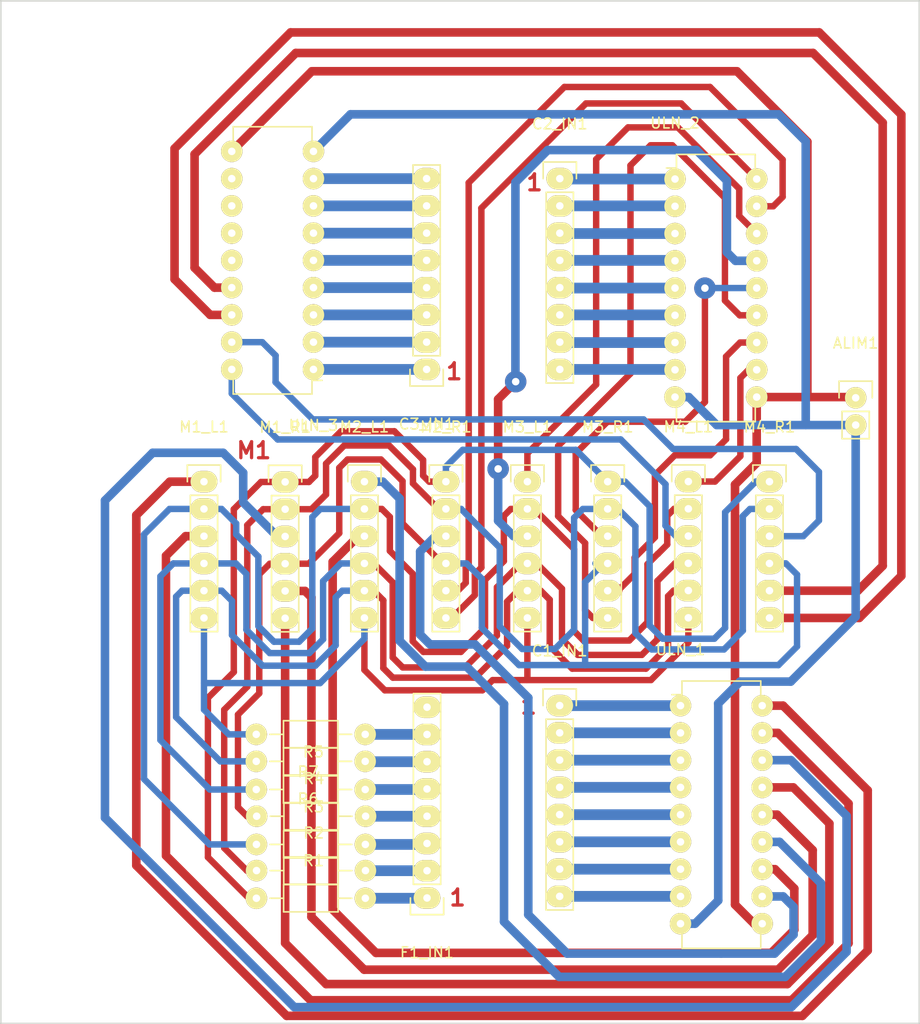
<source format=kicad_pcb>
(kicad_pcb (version 4) (host pcbnew 4.0.0-rc2-stable)

  (general
    (links 85)
    (no_connects 0)
    (area 68.295715 33.008499 200.785401 136.075561)
    (thickness 1.6)
    (drawings 32)
    (tracks 512)
    (zones 0)
    (modules 23)
    (nets 66)
  )

  (page A4)
  (layers
    (0 F.Cu signal)
    (31 B.Cu signal)
    (32 B.Adhes user)
    (33 F.Adhes user)
    (34 B.Paste user)
    (35 F.Paste user)
    (36 B.SilkS user)
    (37 F.SilkS user)
    (38 B.Mask user)
    (39 F.Mask user)
    (40 Dwgs.User user hide)
    (41 Cmts.User user)
    (42 Eco1.User user)
    (43 Eco2.User user)
    (44 Edge.Cuts user)
    (45 Margin user)
    (46 B.CrtYd user)
    (47 F.CrtYd user)
    (48 B.Fab user)
    (49 F.Fab user)
  )

  (setup
    (last_trace_width 0.6)
    (trace_clearance 0.2)
    (zone_clearance 0.508)
    (zone_45_only no)
    (trace_min 0.2)
    (segment_width 0.2)
    (edge_width 0.15)
    (via_size 2)
    (via_drill 0.7)
    (via_min_size 0.4)
    (via_min_drill 0.3)
    (uvia_size 0.3)
    (uvia_drill 0.1)
    (uvias_allowed no)
    (uvia_min_size 0.2)
    (uvia_min_drill 0.1)
    (pcb_text_width 0.3)
    (pcb_text_size 1.5 1.5)
    (mod_edge_width 0.15)
    (mod_text_size 1 1)
    (mod_text_width 0.15)
    (pad_size 2 2)
    (pad_drill 0.7)
    (pad_to_mask_clearance 0.2)
    (aux_axis_origin 0 0)
    (visible_elements 7FFCFFFF)
    (pcbplotparams
      (layerselection 0x00000_80000001)
      (usegerberextensions false)
      (excludeedgelayer false)
      (linewidth 0.100000)
      (plotframeref false)
      (viasonmask false)
      (mode 1)
      (useauxorigin false)
      (hpglpennumber 1)
      (hpglpenspeed 20)
      (hpglpendiameter 15)
      (hpglpenoverlay 2)
      (psnegative false)
      (psa4output false)
      (plotreference false)
      (plotvalue true)
      (plotinvisibletext false)
      (padsonsilk false)
      (subtractmaskfromsilk false)
      (outputformat 4)
      (mirror false)
      (drillshape 2)
      (scaleselection 1)
      (outputdirectory ""))
  )

  (net 0 "")
  (net 1 VCC)
  (net 2 GND)
  (net 3 "Net-(C1_IN1-Pad1)")
  (net 4 "Net-(C1_IN1-Pad2)")
  (net 5 "Net-(C1_IN1-Pad3)")
  (net 6 "Net-(C1_IN1-Pad4)")
  (net 7 "Net-(C1_IN1-Pad5)")
  (net 8 "Net-(C1_IN1-Pad6)")
  (net 9 "Net-(C1_IN1-Pad7)")
  (net 10 "Net-(C1_IN1-Pad8)")
  (net 11 "Net-(C2_IN1-Pad1)")
  (net 12 "Net-(C2_IN1-Pad2)")
  (net 13 "Net-(C2_IN1-Pad3)")
  (net 14 "Net-(C2_IN1-Pad4)")
  (net 15 "Net-(C2_IN1-Pad5)")
  (net 16 "Net-(C2_IN1-Pad6)")
  (net 17 "Net-(C2_IN1-Pad7)")
  (net 18 "Net-(C2_IN1-Pad8)")
  (net 19 "Net-(C3_IN1-Pad1)")
  (net 20 "Net-(C3_IN1-Pad2)")
  (net 21 "Net-(C3_IN1-Pad3)")
  (net 22 "Net-(C3_IN1-Pad4)")
  (net 23 "Net-(C3_IN1-Pad5)")
  (net 24 "Net-(C3_IN1-Pad6)")
  (net 25 "Net-(C3_IN1-Pad7)")
  (net 26 "Net-(C3_IN1-Pad8)")
  (net 27 "Net-(F1_IN1-Pad1)")
  (net 28 "Net-(F1_IN1-Pad2)")
  (net 29 "Net-(F1_IN1-Pad3)")
  (net 30 "Net-(F1_IN1-Pad4)")
  (net 31 "Net-(F1_IN1-Pad5)")
  (net 32 "Net-(F1_IN1-Pad6)")
  (net 33 "Net-(F1_IN1-Pad7)")
  (net 34 "Net-(F1_IN1-Pad8)")
  (net 35 "Net-(M1_L1-Pad1)")
  (net 36 "Net-(M1_L1-Pad2)")
  (net 37 "Net-(M1_L1-Pad3)")
  (net 38 "Net-(M1_L1-Pad4)")
  (net 39 "Net-(M1_L1-Pad5)")
  (net 40 "Net-(M1_L1-Pad6)")
  (net 41 "Net-(M1_R1-Pad1)")
  (net 42 "Net-(M1_R1-Pad2)")
  (net 43 "Net-(M1_R1-Pad3)")
  (net 44 "Net-(M1_R1-Pad4)")
  (net 45 "Net-(M1_R1-Pad5)")
  (net 46 "Net-(M1_R1-Pad6)")
  (net 47 "Net-(M2_L1-Pad1)")
  (net 48 "Net-(M2_L1-Pad3)")
  (net 49 "Net-(M2_R1-Pad3)")
  (net 50 "Net-(M2_R1-Pad5)")
  (net 51 "Net-(M2_R1-Pad6)")
  (net 52 "Net-(M3_L1-Pad1)")
  (net 53 "Net-(M3_L1-Pad3)")
  (net 54 "Net-(M3_R1-Pad3)")
  (net 55 "Net-(M3_R1-Pad5)")
  (net 56 "Net-(M3_R1-Pad6)")
  (net 57 "Net-(M4_L1-Pad1)")
  (net 58 "Net-(M4_L1-Pad3)")
  (net 59 "Net-(M4_R1-Pad3)")
  (net 60 "Net-(M4_R1-Pad5)")
  (net 61 "Net-(M4_R1-Pad6)")
  (net 62 "Net-(ULN_3-Pad11)")
  (net 63 "Net-(ULN_3-Pad12)")
  (net 64 "Net-(ULN_3-Pad13)")
  (net 65 "Net-(ULN_3-Pad14)")

  (net_class Default "Este es el tipo de red por defecto."
    (clearance 0.2)
    (trace_width 0.6)
    (via_dia 2)
    (via_drill 0.7)
    (uvia_dia 0.3)
    (uvia_drill 0.1)
    (add_net GND)
    (add_net "Net-(C1_IN1-Pad1)")
    (add_net "Net-(C1_IN1-Pad2)")
    (add_net "Net-(C1_IN1-Pad3)")
    (add_net "Net-(C1_IN1-Pad4)")
    (add_net "Net-(C1_IN1-Pad5)")
    (add_net "Net-(C1_IN1-Pad6)")
    (add_net "Net-(C1_IN1-Pad7)")
    (add_net "Net-(C1_IN1-Pad8)")
    (add_net "Net-(C2_IN1-Pad1)")
    (add_net "Net-(C2_IN1-Pad2)")
    (add_net "Net-(C2_IN1-Pad3)")
    (add_net "Net-(C2_IN1-Pad4)")
    (add_net "Net-(C2_IN1-Pad5)")
    (add_net "Net-(C2_IN1-Pad6)")
    (add_net "Net-(C2_IN1-Pad7)")
    (add_net "Net-(C2_IN1-Pad8)")
    (add_net "Net-(C3_IN1-Pad1)")
    (add_net "Net-(C3_IN1-Pad2)")
    (add_net "Net-(C3_IN1-Pad3)")
    (add_net "Net-(C3_IN1-Pad4)")
    (add_net "Net-(C3_IN1-Pad5)")
    (add_net "Net-(C3_IN1-Pad6)")
    (add_net "Net-(C3_IN1-Pad7)")
    (add_net "Net-(C3_IN1-Pad8)")
    (add_net "Net-(F1_IN1-Pad1)")
    (add_net "Net-(F1_IN1-Pad2)")
    (add_net "Net-(F1_IN1-Pad3)")
    (add_net "Net-(F1_IN1-Pad4)")
    (add_net "Net-(F1_IN1-Pad5)")
    (add_net "Net-(F1_IN1-Pad6)")
    (add_net "Net-(F1_IN1-Pad7)")
    (add_net "Net-(F1_IN1-Pad8)")
    (add_net "Net-(M1_L1-Pad1)")
    (add_net "Net-(M1_L1-Pad2)")
    (add_net "Net-(M1_L1-Pad3)")
    (add_net "Net-(M1_L1-Pad4)")
    (add_net "Net-(M1_L1-Pad5)")
    (add_net "Net-(M1_L1-Pad6)")
    (add_net "Net-(M1_R1-Pad1)")
    (add_net "Net-(M1_R1-Pad2)")
    (add_net "Net-(M1_R1-Pad3)")
    (add_net "Net-(M1_R1-Pad4)")
    (add_net "Net-(M1_R1-Pad5)")
    (add_net "Net-(M1_R1-Pad6)")
    (add_net "Net-(M2_L1-Pad1)")
    (add_net "Net-(M2_L1-Pad3)")
    (add_net "Net-(M2_R1-Pad3)")
    (add_net "Net-(M2_R1-Pad5)")
    (add_net "Net-(M2_R1-Pad6)")
    (add_net "Net-(M3_L1-Pad1)")
    (add_net "Net-(M3_L1-Pad3)")
    (add_net "Net-(M3_R1-Pad3)")
    (add_net "Net-(M3_R1-Pad5)")
    (add_net "Net-(M3_R1-Pad6)")
    (add_net "Net-(M4_L1-Pad1)")
    (add_net "Net-(M4_L1-Pad3)")
    (add_net "Net-(M4_R1-Pad3)")
    (add_net "Net-(M4_R1-Pad5)")
    (add_net "Net-(M4_R1-Pad6)")
    (add_net "Net-(ULN_3-Pad11)")
    (add_net "Net-(ULN_3-Pad12)")
    (add_net "Net-(ULN_3-Pad13)")
    (add_net "Net-(ULN_3-Pad14)")
    (add_net VCC)
  )

  (module Housings_DIP:DIP-18_W7.62mm (layer F.Cu) (tedit 54130A77) (tstamp 56A8F011)
    (at 151.46528 98.77552)
    (descr "18-lead dip package, row spacing 7.62 mm (300 mils)")
    (tags "dil dip 2.54 300")
    (path /56A734E8)
    (fp_text reference ULN_1 (at 0 -5.22) (layer F.SilkS)
      (effects (font (size 1 1) (thickness 0.15)))
    )
    (fp_text value ULN2803 (at 0 -3.72) (layer F.Fab)
      (effects (font (size 1 1) (thickness 0.15)))
    )
    (fp_line (start -1.05 -2.45) (end -1.05 22.8) (layer F.CrtYd) (width 0.05))
    (fp_line (start 8.65 -2.45) (end 8.65 22.8) (layer F.CrtYd) (width 0.05))
    (fp_line (start -1.05 -2.45) (end 8.65 -2.45) (layer F.CrtYd) (width 0.05))
    (fp_line (start -1.05 22.8) (end 8.65 22.8) (layer F.CrtYd) (width 0.05))
    (fp_line (start 0.135 -2.295) (end 0.135 -1.025) (layer F.SilkS) (width 0.15))
    (fp_line (start 7.485 -2.295) (end 7.485 -1.025) (layer F.SilkS) (width 0.15))
    (fp_line (start 7.485 22.615) (end 7.485 21.345) (layer F.SilkS) (width 0.15))
    (fp_line (start 0.135 22.615) (end 0.135 21.345) (layer F.SilkS) (width 0.15))
    (fp_line (start 0.135 -2.295) (end 7.485 -2.295) (layer F.SilkS) (width 0.15))
    (fp_line (start 0.135 22.615) (end 7.485 22.615) (layer F.SilkS) (width 0.15))
    (fp_line (start 0.135 -1.025) (end -0.8 -1.025) (layer F.SilkS) (width 0.15))
    (pad 1 thru_hole oval (at 0 0) (size 2 2) (drill 0.7) (layers *.Cu *.Mask F.SilkS)
      (net 3 "Net-(C1_IN1-Pad1)"))
    (pad 2 thru_hole oval (at 0 2.54) (size 2 2) (drill 0.7) (layers *.Cu *.Mask F.SilkS)
      (net 4 "Net-(C1_IN1-Pad2)"))
    (pad 3 thru_hole oval (at 0 5.08) (size 2 2) (drill 0.7) (layers *.Cu *.Mask F.SilkS)
      (net 5 "Net-(C1_IN1-Pad3)"))
    (pad 4 thru_hole oval (at 0 7.62) (size 2 2) (drill 0.7) (layers *.Cu *.Mask F.SilkS)
      (net 6 "Net-(C1_IN1-Pad4)"))
    (pad 5 thru_hole oval (at 0 10.16) (size 2 2) (drill 0.7) (layers *.Cu *.Mask F.SilkS)
      (net 7 "Net-(C1_IN1-Pad5)"))
    (pad 6 thru_hole oval (at 0 12.7) (size 2 2) (drill 0.7) (layers *.Cu *.Mask F.SilkS)
      (net 8 "Net-(C1_IN1-Pad6)"))
    (pad 7 thru_hole oval (at 0 15.24) (size 2 2) (drill 0.7) (layers *.Cu *.Mask F.SilkS)
      (net 9 "Net-(C1_IN1-Pad7)"))
    (pad 8 thru_hole oval (at 0 17.78) (size 2 2) (drill 0.7) (layers *.Cu *.Mask F.SilkS)
      (net 10 "Net-(C1_IN1-Pad8)"))
    (pad 9 thru_hole oval (at 0 20.32) (size 2 2) (drill 0.7) (layers *.Cu *.Mask F.SilkS)
      (net 2 GND))
    (pad 10 thru_hole oval (at 7.62 20.32) (size 2 2) (drill 0.7) (layers *.Cu *.Mask F.SilkS)
      (net 1 VCC))
    (pad 11 thru_hole oval (at 7.62 17.78) (size 2 2) (drill 0.7) (layers *.Cu *.Mask F.SilkS)
      (net 49 "Net-(M2_R1-Pad3)"))
    (pad 12 thru_hole oval (at 7.62 15.24) (size 2 2) (drill 0.7) (layers *.Cu *.Mask F.SilkS)
      (net 48 "Net-(M2_L1-Pad3)"))
    (pad 13 thru_hole oval (at 7.62 12.7) (size 2 2) (drill 0.7) (layers *.Cu *.Mask F.SilkS)
      (net 47 "Net-(M2_L1-Pad1)"))
    (pad 14 thru_hole oval (at 7.62 10.16) (size 2 2) (drill 0.7) (layers *.Cu *.Mask F.SilkS)
      (net 45 "Net-(M1_R1-Pad5)"))
    (pad 15 thru_hole oval (at 7.62 7.62) (size 2 2) (drill 0.7) (layers *.Cu *.Mask F.SilkS)
      (net 46 "Net-(M1_R1-Pad6)"))
    (pad 16 thru_hole oval (at 7.62 5.08) (size 2 2) (drill 0.7) (layers *.Cu *.Mask F.SilkS)
      (net 43 "Net-(M1_R1-Pad3)"))
    (pad 17 thru_hole oval (at 7.62 2.54) (size 2 2) (drill 0.7) (layers *.Cu *.Mask F.SilkS)
      (net 37 "Net-(M1_L1-Pad3)"))
    (pad 18 thru_hole oval (at 7.62 0) (size 2 2) (drill 0.7) (layers *.Cu *.Mask F.SilkS)
      (net 35 "Net-(M1_L1-Pad1)"))
    (model Housings_DIP.3dshapes/DIP-18_W7.62mm.wrl
      (at (xyz 0 0 0))
      (scale (xyz 1 1 1))
      (rotate (xyz 0 0 0))
    )
  )

  (module Resistors_ThroughHole:Resistor_Horizontal_RM10mm (layer F.Cu) (tedit 53F56209) (tstamp 56A8EFDD)
    (at 117.0051 114.1476)
    (descr "Resistor, Axial,  RM 10mm, 1/3W,")
    (tags "Resistor, Axial, RM 10mm, 1/3W,")
    (path /56A6CDE3)
    (fp_text reference R2 (at 0.24892 -3.50012) (layer F.SilkS)
      (effects (font (size 1 1) (thickness 0.15)))
    )
    (fp_text value R (at 3.81 3.81) (layer F.Fab)
      (effects (font (size 1 1) (thickness 0.15)))
    )
    (fp_line (start -2.54 -1.27) (end 2.54 -1.27) (layer F.SilkS) (width 0.15))
    (fp_line (start 2.54 -1.27) (end 2.54 1.27) (layer F.SilkS) (width 0.15))
    (fp_line (start 2.54 1.27) (end -2.54 1.27) (layer F.SilkS) (width 0.15))
    (fp_line (start -2.54 1.27) (end -2.54 -1.27) (layer F.SilkS) (width 0.15))
    (fp_line (start -2.54 0) (end -3.81 0) (layer F.SilkS) (width 0.15))
    (fp_line (start 2.54 0) (end 3.81 0) (layer F.SilkS) (width 0.15))
    (pad 1 thru_hole circle (at -5.08 0) (size 2 2) (drill 0.7) (layers *.Cu *.Mask F.SilkS)
      (net 42 "Net-(M1_R1-Pad2)"))
    (pad 2 thru_hole circle (at 5.08 0) (size 2 2) (drill 0.7) (layers *.Cu *.Mask F.SilkS)
      (net 28 "Net-(F1_IN1-Pad2)"))
    (model Resistors_ThroughHole.3dshapes/Resistor_Horizontal_RM10mm.wrl
      (at (xyz 0 0 0))
      (scale (xyz 0.4 0.4 0.4))
      (rotate (xyz 0 0 0))
    )
  )

  (module Resistors_ThroughHole:Resistor_Horizontal_RM10mm (layer F.Cu) (tedit 53F56209) (tstamp 56A8EFE3)
    (at 116.99494 111.7092)
    (descr "Resistor, Axial,  RM 10mm, 1/3W,")
    (tags "Resistor, Axial, RM 10mm, 1/3W,")
    (path /56A6CE5A)
    (fp_text reference R3 (at 0.24892 -3.50012) (layer F.SilkS)
      (effects (font (size 1 1) (thickness 0.15)))
    )
    (fp_text value R (at 3.81 3.81) (layer F.Fab)
      (effects (font (size 1 1) (thickness 0.15)))
    )
    (fp_line (start -2.54 -1.27) (end 2.54 -1.27) (layer F.SilkS) (width 0.15))
    (fp_line (start 2.54 -1.27) (end 2.54 1.27) (layer F.SilkS) (width 0.15))
    (fp_line (start 2.54 1.27) (end -2.54 1.27) (layer F.SilkS) (width 0.15))
    (fp_line (start -2.54 1.27) (end -2.54 -1.27) (layer F.SilkS) (width 0.15))
    (fp_line (start -2.54 0) (end -3.81 0) (layer F.SilkS) (width 0.15))
    (fp_line (start 2.54 0) (end 3.81 0) (layer F.SilkS) (width 0.15))
    (pad 1 thru_hole circle (at -5.08 0) (size 2 2) (drill 0.7) (layers *.Cu *.Mask F.SilkS)
      (net 36 "Net-(M1_L1-Pad2)"))
    (pad 2 thru_hole circle (at 5.08 0) (size 2 2) (drill 0.7) (layers *.Cu *.Mask F.SilkS)
      (net 29 "Net-(F1_IN1-Pad3)"))
    (model Resistors_ThroughHole.3dshapes/Resistor_Horizontal_RM10mm.wrl
      (at (xyz 0 0 0))
      (scale (xyz 0.4 0.4 0.4))
      (rotate (xyz 0 0 0))
    )
  )

  (module Resistors_ThroughHole:Resistor_Horizontal_RM10mm (layer F.Cu) (tedit 53F56209) (tstamp 56A8EFE9)
    (at 117.0178 109.0803)
    (descr "Resistor, Axial,  RM 10mm, 1/3W,")
    (tags "Resistor, Axial, RM 10mm, 1/3W,")
    (path /56A6CE91)
    (fp_text reference R4 (at 0.24892 -3.50012) (layer F.SilkS)
      (effects (font (size 1 1) (thickness 0.15)))
    )
    (fp_text value R (at 3.81 3.81) (layer F.Fab)
      (effects (font (size 1 1) (thickness 0.15)))
    )
    (fp_line (start -2.54 -1.27) (end 2.54 -1.27) (layer F.SilkS) (width 0.15))
    (fp_line (start 2.54 -1.27) (end 2.54 1.27) (layer F.SilkS) (width 0.15))
    (fp_line (start 2.54 1.27) (end -2.54 1.27) (layer F.SilkS) (width 0.15))
    (fp_line (start -2.54 1.27) (end -2.54 -1.27) (layer F.SilkS) (width 0.15))
    (fp_line (start -2.54 0) (end -3.81 0) (layer F.SilkS) (width 0.15))
    (fp_line (start 2.54 0) (end 3.81 0) (layer F.SilkS) (width 0.15))
    (pad 1 thru_hole circle (at -5.08 0) (size 2 2) (drill 0.7) (layers *.Cu *.Mask F.SilkS)
      (net 44 "Net-(M1_R1-Pad4)"))
    (pad 2 thru_hole circle (at 5.08 0) (size 2 2) (drill 0.7) (layers *.Cu *.Mask F.SilkS)
      (net 30 "Net-(F1_IN1-Pad4)"))
    (model Resistors_ThroughHole.3dshapes/Resistor_Horizontal_RM10mm.wrl
      (at (xyz 0 0 0))
      (scale (xyz 0.4 0.4 0.4))
      (rotate (xyz 0 0 0))
    )
  )

  (module Resistors_ThroughHole:Resistor_Horizontal_RM10mm (layer F.Cu) (tedit 53F56209) (tstamp 56A8EFEF)
    (at 116.9797 106.5911)
    (descr "Resistor, Axial,  RM 10mm, 1/3W,")
    (tags "Resistor, Axial, RM 10mm, 1/3W,")
    (path /56A6CF20)
    (fp_text reference R5 (at 0.24892 -3.50012) (layer F.SilkS)
      (effects (font (size 1 1) (thickness 0.15)))
    )
    (fp_text value R (at 3.81 3.81) (layer F.Fab)
      (effects (font (size 1 1) (thickness 0.15)))
    )
    (fp_line (start -2.54 -1.27) (end 2.54 -1.27) (layer F.SilkS) (width 0.15))
    (fp_line (start 2.54 -1.27) (end 2.54 1.27) (layer F.SilkS) (width 0.15))
    (fp_line (start 2.54 1.27) (end -2.54 1.27) (layer F.SilkS) (width 0.15))
    (fp_line (start -2.54 1.27) (end -2.54 -1.27) (layer F.SilkS) (width 0.15))
    (fp_line (start -2.54 0) (end -3.81 0) (layer F.SilkS) (width 0.15))
    (fp_line (start 2.54 0) (end 3.81 0) (layer F.SilkS) (width 0.15))
    (pad 1 thru_hole circle (at -5.08 0) (size 2 2) (drill 0.7) (layers *.Cu *.Mask F.SilkS)
      (net 38 "Net-(M1_L1-Pad4)"))
    (pad 2 thru_hole circle (at 5.08 0) (size 2 2) (drill 0.7) (layers *.Cu *.Mask F.SilkS)
      (net 31 "Net-(F1_IN1-Pad5)"))
    (model Resistors_ThroughHole.3dshapes/Resistor_Horizontal_RM10mm.wrl
      (at (xyz 0 0 0))
      (scale (xyz 0.4 0.4 0.4))
      (rotate (xyz 0 0 0))
    )
  )

  (module Pin_Headers:Pin_Header_Straight_1x02 (layer F.Cu) (tedit 56A8FF97) (tstamp 56A8EF51)
    (at 167.80256 70.08368)
    (descr "Through hole pin header")
    (tags "pin header")
    (path /56A82EF3)
    (fp_text reference ALIM1 (at 0 -5.1) (layer F.SilkS)
      (effects (font (size 1 1) (thickness 0.15)))
    )
    (fp_text value CONN_01X02 (at 0 -3.1) (layer F.Fab)
      (effects (font (size 1 1) (thickness 0.15)))
    )
    (fp_line (start 1.27 1.27) (end 1.27 3.81) (layer F.SilkS) (width 0.15))
    (fp_line (start 1.55 -1.55) (end 1.55 0) (layer F.SilkS) (width 0.15))
    (fp_line (start -1.75 -1.75) (end -1.75 4.3) (layer F.CrtYd) (width 0.05))
    (fp_line (start 1.75 -1.75) (end 1.75 4.3) (layer F.CrtYd) (width 0.05))
    (fp_line (start -1.75 -1.75) (end 1.75 -1.75) (layer F.CrtYd) (width 0.05))
    (fp_line (start -1.75 4.3) (end 1.75 4.3) (layer F.CrtYd) (width 0.05))
    (fp_line (start 1.27 1.27) (end -1.27 1.27) (layer F.SilkS) (width 0.15))
    (fp_line (start -1.55 0) (end -1.55 -1.55) (layer F.SilkS) (width 0.15))
    (fp_line (start -1.55 -1.55) (end 1.55 -1.55) (layer F.SilkS) (width 0.15))
    (fp_line (start -1.27 1.27) (end -1.27 3.81) (layer F.SilkS) (width 0.15))
    (fp_line (start -1.27 3.81) (end 1.27 3.81) (layer F.SilkS) (width 0.15))
    (pad 1 thru_hole oval (at 0 0) (size 2 2) (drill 0.7) (layers *.Cu *.Mask F.SilkS)
      (net 1 VCC))
    (pad 2 thru_hole oval (at 0 2.54) (size 2 2) (drill 0.7) (layers *.Cu *.Mask F.SilkS)
      (net 2 GND))
    (model Pin_Headers.3dshapes/Pin_Header_Straight_1x02.wrl
      (at (xyz 0 -0.05 0))
      (scale (xyz 1 1 1))
      (rotate (xyz 0 0 90))
    )
  )

  (module Pin_Headers:Pin_Header_Straight_1x08 (layer F.Cu) (tedit 0) (tstamp 56A8EF5D)
    (at 140.1953 98.7679)
    (descr "Through hole pin header")
    (tags "pin header")
    (path /56A6B6D3)
    (fp_text reference C1_IN1 (at 0 -5.1) (layer F.SilkS)
      (effects (font (size 1 1) (thickness 0.15)))
    )
    (fp_text value CONN_01X08 (at 0 -3.1) (layer F.Fab)
      (effects (font (size 1 1) (thickness 0.15)))
    )
    (fp_line (start -1.75 -1.75) (end -1.75 19.55) (layer F.CrtYd) (width 0.05))
    (fp_line (start 1.75 -1.75) (end 1.75 19.55) (layer F.CrtYd) (width 0.05))
    (fp_line (start -1.75 -1.75) (end 1.75 -1.75) (layer F.CrtYd) (width 0.05))
    (fp_line (start -1.75 19.55) (end 1.75 19.55) (layer F.CrtYd) (width 0.05))
    (fp_line (start 1.27 1.27) (end 1.27 19.05) (layer F.SilkS) (width 0.15))
    (fp_line (start 1.27 19.05) (end -1.27 19.05) (layer F.SilkS) (width 0.15))
    (fp_line (start -1.27 19.05) (end -1.27 1.27) (layer F.SilkS) (width 0.15))
    (fp_line (start 1.55 -1.55) (end 1.55 0) (layer F.SilkS) (width 0.15))
    (fp_line (start 1.27 1.27) (end -1.27 1.27) (layer F.SilkS) (width 0.15))
    (fp_line (start -1.55 0) (end -1.55 -1.55) (layer F.SilkS) (width 0.15))
    (fp_line (start -1.55 -1.55) (end 1.55 -1.55) (layer F.SilkS) (width 0.15))
    (pad 1 thru_hole oval (at 0 0) (size 2.5 2) (drill 0.7) (layers *.Cu *.Mask F.SilkS)
      (net 3 "Net-(C1_IN1-Pad1)"))
    (pad 2 thru_hole oval (at 0 2.54) (size 2.5 2) (drill 0.7) (layers *.Cu *.Mask F.SilkS)
      (net 4 "Net-(C1_IN1-Pad2)"))
    (pad 3 thru_hole oval (at 0 5.08) (size 2.5 2) (drill 0.7) (layers *.Cu *.Mask F.SilkS)
      (net 5 "Net-(C1_IN1-Pad3)"))
    (pad 4 thru_hole oval (at 0 7.62) (size 2.5 2) (drill 0.7) (layers *.Cu *.Mask F.SilkS)
      (net 6 "Net-(C1_IN1-Pad4)"))
    (pad 5 thru_hole oval (at 0 10.16) (size 2.5 2) (drill 0.7) (layers *.Cu *.Mask F.SilkS)
      (net 7 "Net-(C1_IN1-Pad5)"))
    (pad 6 thru_hole oval (at 0 12.7) (size 2.5 2) (drill 0.7) (layers *.Cu *.Mask F.SilkS)
      (net 8 "Net-(C1_IN1-Pad6)"))
    (pad 7 thru_hole oval (at 0 15.24) (size 2.5 2) (drill 0.7) (layers *.Cu *.Mask F.SilkS)
      (net 9 "Net-(C1_IN1-Pad7)"))
    (pad 8 thru_hole oval (at 0 17.78) (size 2.5 2) (drill 0.7) (layers *.Cu *.Mask F.SilkS)
      (net 10 "Net-(C1_IN1-Pad8)"))
    (model Pin_Headers.3dshapes/Pin_Header_Straight_1x08.wrl
      (at (xyz 0 -0.35 0))
      (scale (xyz 1 1 1))
      (rotate (xyz 0 0 90))
    )
  )

  (module Pin_Headers:Pin_Header_Straight_1x08 (layer F.Cu) (tedit 0) (tstamp 56A8EF69)
    (at 140.208 49.657)
    (descr "Through hole pin header")
    (tags "pin header")
    (path /56A6B700)
    (fp_text reference C2_IN1 (at 0 -5.1) (layer F.SilkS)
      (effects (font (size 1 1) (thickness 0.15)))
    )
    (fp_text value CONN_01X08 (at 0 -3.1) (layer F.Fab)
      (effects (font (size 1 1) (thickness 0.15)))
    )
    (fp_line (start -1.75 -1.75) (end -1.75 19.55) (layer F.CrtYd) (width 0.05))
    (fp_line (start 1.75 -1.75) (end 1.75 19.55) (layer F.CrtYd) (width 0.05))
    (fp_line (start -1.75 -1.75) (end 1.75 -1.75) (layer F.CrtYd) (width 0.05))
    (fp_line (start -1.75 19.55) (end 1.75 19.55) (layer F.CrtYd) (width 0.05))
    (fp_line (start 1.27 1.27) (end 1.27 19.05) (layer F.SilkS) (width 0.15))
    (fp_line (start 1.27 19.05) (end -1.27 19.05) (layer F.SilkS) (width 0.15))
    (fp_line (start -1.27 19.05) (end -1.27 1.27) (layer F.SilkS) (width 0.15))
    (fp_line (start 1.55 -1.55) (end 1.55 0) (layer F.SilkS) (width 0.15))
    (fp_line (start 1.27 1.27) (end -1.27 1.27) (layer F.SilkS) (width 0.15))
    (fp_line (start -1.55 0) (end -1.55 -1.55) (layer F.SilkS) (width 0.15))
    (fp_line (start -1.55 -1.55) (end 1.55 -1.55) (layer F.SilkS) (width 0.15))
    (pad 1 thru_hole oval (at 0 0) (size 2.5 2) (drill 0.7) (layers *.Cu *.Mask F.SilkS)
      (net 11 "Net-(C2_IN1-Pad1)"))
    (pad 2 thru_hole oval (at 0 2.54) (size 2.5 2) (drill 0.7) (layers *.Cu *.Mask F.SilkS)
      (net 12 "Net-(C2_IN1-Pad2)"))
    (pad 3 thru_hole oval (at 0 5.08) (size 2.5 2) (drill 0.7) (layers *.Cu *.Mask F.SilkS)
      (net 13 "Net-(C2_IN1-Pad3)"))
    (pad 4 thru_hole oval (at 0 7.62) (size 2.5 2) (drill 0.7) (layers *.Cu *.Mask F.SilkS)
      (net 14 "Net-(C2_IN1-Pad4)"))
    (pad 5 thru_hole oval (at 0 10.16) (size 2.5 2) (drill 0.7) (layers *.Cu *.Mask F.SilkS)
      (net 15 "Net-(C2_IN1-Pad5)"))
    (pad 6 thru_hole oval (at 0 12.7) (size 2.5 2) (drill 0.7) (layers *.Cu *.Mask F.SilkS)
      (net 16 "Net-(C2_IN1-Pad6)"))
    (pad 7 thru_hole oval (at 0 15.24) (size 2.5 2) (drill 0.7) (layers *.Cu *.Mask F.SilkS)
      (net 17 "Net-(C2_IN1-Pad7)"))
    (pad 8 thru_hole oval (at 0 17.78) (size 2.5 2) (drill 0.7) (layers *.Cu *.Mask F.SilkS)
      (net 18 "Net-(C2_IN1-Pad8)"))
    (model Pin_Headers.3dshapes/Pin_Header_Straight_1x08.wrl
      (at (xyz 0 -0.35 0))
      (scale (xyz 1 1 1))
      (rotate (xyz 0 0 90))
    )
  )

  (module Pin_Headers:Pin_Header_Straight_1x08 (layer F.Cu) (tedit 0) (tstamp 56A8EF75)
    (at 127.7874 67.437 180)
    (descr "Through hole pin header")
    (tags "pin header")
    (path /56A6B751)
    (fp_text reference C3_IN1 (at 0 -5.1 180) (layer F.SilkS)
      (effects (font (size 1 1) (thickness 0.15)))
    )
    (fp_text value CONN_01X08 (at 0 -3.1 180) (layer F.Fab)
      (effects (font (size 1 1) (thickness 0.15)))
    )
    (fp_line (start -1.75 -1.75) (end -1.75 19.55) (layer F.CrtYd) (width 0.05))
    (fp_line (start 1.75 -1.75) (end 1.75 19.55) (layer F.CrtYd) (width 0.05))
    (fp_line (start -1.75 -1.75) (end 1.75 -1.75) (layer F.CrtYd) (width 0.05))
    (fp_line (start -1.75 19.55) (end 1.75 19.55) (layer F.CrtYd) (width 0.05))
    (fp_line (start 1.27 1.27) (end 1.27 19.05) (layer F.SilkS) (width 0.15))
    (fp_line (start 1.27 19.05) (end -1.27 19.05) (layer F.SilkS) (width 0.15))
    (fp_line (start -1.27 19.05) (end -1.27 1.27) (layer F.SilkS) (width 0.15))
    (fp_line (start 1.55 -1.55) (end 1.55 0) (layer F.SilkS) (width 0.15))
    (fp_line (start 1.27 1.27) (end -1.27 1.27) (layer F.SilkS) (width 0.15))
    (fp_line (start -1.55 0) (end -1.55 -1.55) (layer F.SilkS) (width 0.15))
    (fp_line (start -1.55 -1.55) (end 1.55 -1.55) (layer F.SilkS) (width 0.15))
    (pad 1 thru_hole oval (at 0 0 180) (size 2.5 2) (drill 0.7) (layers *.Cu *.Mask F.SilkS)
      (net 19 "Net-(C3_IN1-Pad1)"))
    (pad 2 thru_hole oval (at 0 2.54 180) (size 2.5 2) (drill 0.7) (layers *.Cu *.Mask F.SilkS)
      (net 20 "Net-(C3_IN1-Pad2)"))
    (pad 3 thru_hole oval (at 0 5.08 180) (size 2.5 2) (drill 0.7) (layers *.Cu *.Mask F.SilkS)
      (net 21 "Net-(C3_IN1-Pad3)"))
    (pad 4 thru_hole oval (at 0 7.62 180) (size 2.5 2) (drill 0.7) (layers *.Cu *.Mask F.SilkS)
      (net 22 "Net-(C3_IN1-Pad4)"))
    (pad 5 thru_hole oval (at 0 10.16 180) (size 2.5 2) (drill 0.7) (layers *.Cu *.Mask F.SilkS)
      (net 23 "Net-(C3_IN1-Pad5)"))
    (pad 6 thru_hole oval (at 0 12.7 180) (size 2.5 2) (drill 0.7) (layers *.Cu *.Mask F.SilkS)
      (net 24 "Net-(C3_IN1-Pad6)"))
    (pad 7 thru_hole oval (at 0 15.24 180) (size 2.5 2) (drill 0.7) (layers *.Cu *.Mask F.SilkS)
      (net 25 "Net-(C3_IN1-Pad7)"))
    (pad 8 thru_hole oval (at 0 17.78 180) (size 2.5 2) (drill 0.7) (layers *.Cu *.Mask F.SilkS)
      (net 26 "Net-(C3_IN1-Pad8)"))
    (model Pin_Headers.3dshapes/Pin_Header_Straight_1x08.wrl
      (at (xyz 0 -0.35 0))
      (scale (xyz 1 1 1))
      (rotate (xyz 0 0 90))
    )
  )

  (module Pin_Headers:Pin_Header_Straight_1x08 (layer F.Cu) (tedit 56A8FF35) (tstamp 56A8EF81)
    (at 127.8255 116.7003 180)
    (descr "Through hole pin header")
    (tags "pin header")
    (path /56A6B53D)
    (fp_text reference F1_IN1 (at 0 -5.1 180) (layer F.SilkS)
      (effects (font (size 1 1) (thickness 0.15)))
    )
    (fp_text value CONN_01X08 (at 0 -3.1 180) (layer F.Fab)
      (effects (font (size 1 1) (thickness 0.15)))
    )
    (fp_line (start -1.75 -1.75) (end -1.75 19.55) (layer F.CrtYd) (width 0.05))
    (fp_line (start 1.75 -1.75) (end 1.75 19.55) (layer F.CrtYd) (width 0.05))
    (fp_line (start -1.75 -1.75) (end 1.75 -1.75) (layer F.CrtYd) (width 0.05))
    (fp_line (start -1.75 19.55) (end 1.75 19.55) (layer F.CrtYd) (width 0.05))
    (fp_line (start 1.27 1.27) (end 1.27 19.05) (layer F.SilkS) (width 0.15))
    (fp_line (start 1.27 19.05) (end -1.27 19.05) (layer F.SilkS) (width 0.15))
    (fp_line (start -1.27 19.05) (end -1.27 1.27) (layer F.SilkS) (width 0.15))
    (fp_line (start 1.55 -1.55) (end 1.55 0) (layer F.SilkS) (width 0.15))
    (fp_line (start 1.27 1.27) (end -1.27 1.27) (layer F.SilkS) (width 0.15))
    (fp_line (start -1.55 0) (end -1.55 -1.55) (layer F.SilkS) (width 0.15))
    (fp_line (start -1.55 -1.55) (end 1.55 -1.55) (layer F.SilkS) (width 0.15))
    (pad 1 thru_hole oval (at 0 0 180) (size 2.5 2) (drill 0.7) (layers *.Cu *.Mask F.SilkS)
      (net 27 "Net-(F1_IN1-Pad1)"))
    (pad 2 thru_hole oval (at 0 2.54 180) (size 2.5 2) (drill 0.7) (layers *.Cu *.Mask F.SilkS)
      (net 28 "Net-(F1_IN1-Pad2)"))
    (pad 3 thru_hole oval (at 0 5.08 180) (size 2.5 2) (drill 0.7) (layers *.Cu *.Mask F.SilkS)
      (net 29 "Net-(F1_IN1-Pad3)"))
    (pad 4 thru_hole oval (at 0 7.62 180) (size 2.5 2) (drill 0.7) (layers *.Cu *.Mask F.SilkS)
      (net 30 "Net-(F1_IN1-Pad4)"))
    (pad 5 thru_hole oval (at 0 10.16 180) (size 2.5 2) (drill 0.7) (layers *.Cu *.Mask F.SilkS)
      (net 31 "Net-(F1_IN1-Pad5)"))
    (pad 6 thru_hole oval (at 0 12.7 180) (size 2.5 2) (drill 0.7) (layers *.Cu *.Mask F.SilkS)
      (net 32 "Net-(F1_IN1-Pad6)"))
    (pad 7 thru_hole oval (at 0 15.24 180) (size 2.5 2) (drill 0.7) (layers *.Cu *.Mask F.SilkS)
      (net 33 "Net-(F1_IN1-Pad7)"))
    (pad 8 thru_hole oval (at 0 17.78 180) (size 2.5 2) (drill 0.7) (layers *.Cu *.Mask F.SilkS)
      (net 34 "Net-(F1_IN1-Pad8)"))
    (model Pin_Headers.3dshapes/Pin_Header_Straight_1x08.wrl
      (at (xyz 0 -0.35 0))
      (scale (xyz 1 1 1))
      (rotate (xyz 0 0 90))
    )
  )

  (module Pin_Headers:Pin_Header_Straight_1x06 (layer F.Cu) (tedit 56A8FF5B) (tstamp 56A8EF8B)
    (at 107.0229 77.9018)
    (descr "Through hole pin header")
    (tags "pin header")
    (path /56A6DD79)
    (fp_text reference M1_L1 (at 0 -5.1) (layer F.SilkS)
      (effects (font (size 1 1) (thickness 0.15)))
    )
    (fp_text value CONN_01X06 (at 0 -3.1) (layer F.Fab)
      (effects (font (size 1 1) (thickness 0.15)))
    )
    (fp_line (start -1.75 -1.75) (end -1.75 14.45) (layer F.CrtYd) (width 0.05))
    (fp_line (start 1.75 -1.75) (end 1.75 14.45) (layer F.CrtYd) (width 0.05))
    (fp_line (start -1.75 -1.75) (end 1.75 -1.75) (layer F.CrtYd) (width 0.05))
    (fp_line (start -1.75 14.45) (end 1.75 14.45) (layer F.CrtYd) (width 0.05))
    (fp_line (start 1.27 1.27) (end 1.27 13.97) (layer F.SilkS) (width 0.15))
    (fp_line (start 1.27 13.97) (end -1.27 13.97) (layer F.SilkS) (width 0.15))
    (fp_line (start -1.27 13.97) (end -1.27 1.27) (layer F.SilkS) (width 0.15))
    (fp_line (start 1.55 -1.55) (end 1.55 0) (layer F.SilkS) (width 0.15))
    (fp_line (start 1.27 1.27) (end -1.27 1.27) (layer F.SilkS) (width 0.15))
    (fp_line (start -1.55 0) (end -1.55 -1.55) (layer F.SilkS) (width 0.15))
    (fp_line (start -1.55 -1.55) (end 1.55 -1.55) (layer F.SilkS) (width 0.15))
    (pad 1 thru_hole oval (at 0 0) (size 2.5 2) (drill 0.7) (layers *.Cu *.Mask F.SilkS)
      (net 35 "Net-(M1_L1-Pad1)"))
    (pad 2 thru_hole oval (at 0 2.54) (size 2.5 2) (drill 0.7) (layers *.Cu *.Mask F.SilkS)
      (net 36 "Net-(M1_L1-Pad2)"))
    (pad 3 thru_hole oval (at 0 5.08) (size 2.5 2) (drill 0.7) (layers *.Cu *.Mask F.SilkS)
      (net 37 "Net-(M1_L1-Pad3)"))
    (pad 4 thru_hole oval (at 0 7.62) (size 2.5 2) (drill 0.7) (layers *.Cu *.Mask F.SilkS)
      (net 38 "Net-(M1_L1-Pad4)"))
    (pad 5 thru_hole oval (at 0 10.16) (size 2.5 2) (drill 0.7) (layers *.Cu *.Mask F.SilkS)
      (net 39 "Net-(M1_L1-Pad5)"))
    (pad 6 thru_hole oval (at 0 12.7) (size 2.5 2) (drill 0.7) (layers *.Cu *.Mask F.SilkS)
      (net 40 "Net-(M1_L1-Pad6)"))
    (model Pin_Headers.3dshapes/Pin_Header_Straight_1x06.wrl
      (at (xyz 0 -0.25 0))
      (scale (xyz 1 1 1))
      (rotate (xyz 0 0 90))
    )
  )

  (module Pin_Headers:Pin_Header_Straight_1x06 (layer F.Cu) (tedit 0) (tstamp 56A8EF95)
    (at 114.5921 77.9272)
    (descr "Through hole pin header")
    (tags "pin header")
    (path /56A6DDEE)
    (fp_text reference M1_R1 (at 0 -5.1) (layer F.SilkS)
      (effects (font (size 1 1) (thickness 0.15)))
    )
    (fp_text value CONN_01X06 (at 0 -3.1) (layer F.Fab)
      (effects (font (size 1 1) (thickness 0.15)))
    )
    (fp_line (start -1.75 -1.75) (end -1.75 14.45) (layer F.CrtYd) (width 0.05))
    (fp_line (start 1.75 -1.75) (end 1.75 14.45) (layer F.CrtYd) (width 0.05))
    (fp_line (start -1.75 -1.75) (end 1.75 -1.75) (layer F.CrtYd) (width 0.05))
    (fp_line (start -1.75 14.45) (end 1.75 14.45) (layer F.CrtYd) (width 0.05))
    (fp_line (start 1.27 1.27) (end 1.27 13.97) (layer F.SilkS) (width 0.15))
    (fp_line (start 1.27 13.97) (end -1.27 13.97) (layer F.SilkS) (width 0.15))
    (fp_line (start -1.27 13.97) (end -1.27 1.27) (layer F.SilkS) (width 0.15))
    (fp_line (start 1.55 -1.55) (end 1.55 0) (layer F.SilkS) (width 0.15))
    (fp_line (start 1.27 1.27) (end -1.27 1.27) (layer F.SilkS) (width 0.15))
    (fp_line (start -1.55 0) (end -1.55 -1.55) (layer F.SilkS) (width 0.15))
    (fp_line (start -1.55 -1.55) (end 1.55 -1.55) (layer F.SilkS) (width 0.15))
    (pad 1 thru_hole oval (at 0 0) (size 2.5 2) (drill 0.7) (layers *.Cu *.Mask F.SilkS)
      (net 41 "Net-(M1_R1-Pad1)"))
    (pad 2 thru_hole oval (at 0 2.54) (size 2.5 2) (drill 0.7) (layers *.Cu *.Mask F.SilkS)
      (net 42 "Net-(M1_R1-Pad2)"))
    (pad 3 thru_hole oval (at 0 5.08) (size 2.5 2) (drill 0.7) (layers *.Cu *.Mask F.SilkS)
      (net 43 "Net-(M1_R1-Pad3)"))
    (pad 4 thru_hole oval (at 0 7.62) (size 2.5 2) (drill 0.7) (layers *.Cu *.Mask F.SilkS)
      (net 44 "Net-(M1_R1-Pad4)"))
    (pad 5 thru_hole oval (at 0 10.16) (size 2.5 2) (drill 0.7) (layers *.Cu *.Mask F.SilkS)
      (net 45 "Net-(M1_R1-Pad5)"))
    (pad 6 thru_hole oval (at 0 12.7) (size 2.5 2) (drill 0.7) (layers *.Cu *.Mask F.SilkS)
      (net 46 "Net-(M1_R1-Pad6)"))
    (model Pin_Headers.3dshapes/Pin_Header_Straight_1x06.wrl
      (at (xyz 0 -0.25 0))
      (scale (xyz 1 1 1))
      (rotate (xyz 0 0 90))
    )
  )

  (module Pin_Headers:Pin_Header_Straight_1x06 (layer F.Cu) (tedit 0) (tstamp 56A8EF9F)
    (at 121.98604 77.9018)
    (descr "Through hole pin header")
    (tags "pin header")
    (path /56A6DE41)
    (fp_text reference M2_L1 (at 0 -5.1) (layer F.SilkS)
      (effects (font (size 1 1) (thickness 0.15)))
    )
    (fp_text value CONN_01X06 (at 0 -3.1) (layer F.Fab)
      (effects (font (size 1 1) (thickness 0.15)))
    )
    (fp_line (start -1.75 -1.75) (end -1.75 14.45) (layer F.CrtYd) (width 0.05))
    (fp_line (start 1.75 -1.75) (end 1.75 14.45) (layer F.CrtYd) (width 0.05))
    (fp_line (start -1.75 -1.75) (end 1.75 -1.75) (layer F.CrtYd) (width 0.05))
    (fp_line (start -1.75 14.45) (end 1.75 14.45) (layer F.CrtYd) (width 0.05))
    (fp_line (start 1.27 1.27) (end 1.27 13.97) (layer F.SilkS) (width 0.15))
    (fp_line (start 1.27 13.97) (end -1.27 13.97) (layer F.SilkS) (width 0.15))
    (fp_line (start -1.27 13.97) (end -1.27 1.27) (layer F.SilkS) (width 0.15))
    (fp_line (start 1.55 -1.55) (end 1.55 0) (layer F.SilkS) (width 0.15))
    (fp_line (start 1.27 1.27) (end -1.27 1.27) (layer F.SilkS) (width 0.15))
    (fp_line (start -1.55 0) (end -1.55 -1.55) (layer F.SilkS) (width 0.15))
    (fp_line (start -1.55 -1.55) (end 1.55 -1.55) (layer F.SilkS) (width 0.15))
    (pad 1 thru_hole oval (at 0 0) (size 2.5 2) (drill 0.7) (layers *.Cu *.Mask F.SilkS)
      (net 47 "Net-(M2_L1-Pad1)"))
    (pad 2 thru_hole oval (at 0 2.54) (size 2.5 2) (drill 0.7) (layers *.Cu *.Mask F.SilkS)
      (net 36 "Net-(M1_L1-Pad2)"))
    (pad 3 thru_hole oval (at 0 5.08) (size 2.5 2) (drill 0.7) (layers *.Cu *.Mask F.SilkS)
      (net 48 "Net-(M2_L1-Pad3)"))
    (pad 4 thru_hole oval (at 0 7.62) (size 2.5 2) (drill 0.7) (layers *.Cu *.Mask F.SilkS)
      (net 38 "Net-(M1_L1-Pad4)"))
    (pad 5 thru_hole oval (at 0 10.16) (size 2.5 2) (drill 0.7) (layers *.Cu *.Mask F.SilkS)
      (net 39 "Net-(M1_L1-Pad5)"))
    (pad 6 thru_hole oval (at 0 12.7) (size 2.5 2) (drill 0.7) (layers *.Cu *.Mask F.SilkS)
      (net 40 "Net-(M1_L1-Pad6)"))
    (model Pin_Headers.3dshapes/Pin_Header_Straight_1x06.wrl
      (at (xyz 0 -0.25 0))
      (scale (xyz 1 1 1))
      (rotate (xyz 0 0 90))
    )
  )

  (module Pin_Headers:Pin_Header_Straight_1x06 (layer F.Cu) (tedit 0) (tstamp 56A8EFA9)
    (at 129.58572 77.9018)
    (descr "Through hole pin header")
    (tags "pin header")
    (path /56A6DEAD)
    (fp_text reference M2_R1 (at 0 -5.1) (layer F.SilkS)
      (effects (font (size 1 1) (thickness 0.15)))
    )
    (fp_text value CONN_01X06 (at 0 -3.1) (layer F.Fab)
      (effects (font (size 1 1) (thickness 0.15)))
    )
    (fp_line (start -1.75 -1.75) (end -1.75 14.45) (layer F.CrtYd) (width 0.05))
    (fp_line (start 1.75 -1.75) (end 1.75 14.45) (layer F.CrtYd) (width 0.05))
    (fp_line (start -1.75 -1.75) (end 1.75 -1.75) (layer F.CrtYd) (width 0.05))
    (fp_line (start -1.75 14.45) (end 1.75 14.45) (layer F.CrtYd) (width 0.05))
    (fp_line (start 1.27 1.27) (end 1.27 13.97) (layer F.SilkS) (width 0.15))
    (fp_line (start 1.27 13.97) (end -1.27 13.97) (layer F.SilkS) (width 0.15))
    (fp_line (start -1.27 13.97) (end -1.27 1.27) (layer F.SilkS) (width 0.15))
    (fp_line (start 1.55 -1.55) (end 1.55 0) (layer F.SilkS) (width 0.15))
    (fp_line (start 1.27 1.27) (end -1.27 1.27) (layer F.SilkS) (width 0.15))
    (fp_line (start -1.55 0) (end -1.55 -1.55) (layer F.SilkS) (width 0.15))
    (fp_line (start -1.55 -1.55) (end 1.55 -1.55) (layer F.SilkS) (width 0.15))
    (pad 1 thru_hole oval (at 0 0) (size 2.5 2) (drill 0.7) (layers *.Cu *.Mask F.SilkS)
      (net 41 "Net-(M1_R1-Pad1)"))
    (pad 2 thru_hole oval (at 0 2.54) (size 2.5 2) (drill 0.7) (layers *.Cu *.Mask F.SilkS)
      (net 42 "Net-(M1_R1-Pad2)"))
    (pad 3 thru_hole oval (at 0 5.08) (size 2.5 2) (drill 0.7) (layers *.Cu *.Mask F.SilkS)
      (net 49 "Net-(M2_R1-Pad3)"))
    (pad 4 thru_hole oval (at 0 7.62) (size 2.5 2) (drill 0.7) (layers *.Cu *.Mask F.SilkS)
      (net 44 "Net-(M1_R1-Pad4)"))
    (pad 5 thru_hole oval (at 0 10.16) (size 2.5 2) (drill 0.7) (layers *.Cu *.Mask F.SilkS)
      (net 50 "Net-(M2_R1-Pad5)"))
    (pad 6 thru_hole oval (at 0 12.7) (size 2.5 2) (drill 0.7) (layers *.Cu *.Mask F.SilkS)
      (net 51 "Net-(M2_R1-Pad6)"))
    (model Pin_Headers.3dshapes/Pin_Header_Straight_1x06.wrl
      (at (xyz 0 -0.25 0))
      (scale (xyz 1 1 1))
      (rotate (xyz 0 0 90))
    )
  )

  (module Pin_Headers:Pin_Header_Straight_1x06 (layer F.Cu) (tedit 0) (tstamp 56A8EFB3)
    (at 137.1854 77.9018)
    (descr "Through hole pin header")
    (tags "pin header")
    (path /56A6DF02)
    (fp_text reference M3_L1 (at 0 -5.1) (layer F.SilkS)
      (effects (font (size 1 1) (thickness 0.15)))
    )
    (fp_text value CONN_01X06 (at 0 -3.1) (layer F.Fab)
      (effects (font (size 1 1) (thickness 0.15)))
    )
    (fp_line (start -1.75 -1.75) (end -1.75 14.45) (layer F.CrtYd) (width 0.05))
    (fp_line (start 1.75 -1.75) (end 1.75 14.45) (layer F.CrtYd) (width 0.05))
    (fp_line (start -1.75 -1.75) (end 1.75 -1.75) (layer F.CrtYd) (width 0.05))
    (fp_line (start -1.75 14.45) (end 1.75 14.45) (layer F.CrtYd) (width 0.05))
    (fp_line (start 1.27 1.27) (end 1.27 13.97) (layer F.SilkS) (width 0.15))
    (fp_line (start 1.27 13.97) (end -1.27 13.97) (layer F.SilkS) (width 0.15))
    (fp_line (start -1.27 13.97) (end -1.27 1.27) (layer F.SilkS) (width 0.15))
    (fp_line (start 1.55 -1.55) (end 1.55 0) (layer F.SilkS) (width 0.15))
    (fp_line (start 1.27 1.27) (end -1.27 1.27) (layer F.SilkS) (width 0.15))
    (fp_line (start -1.55 0) (end -1.55 -1.55) (layer F.SilkS) (width 0.15))
    (fp_line (start -1.55 -1.55) (end 1.55 -1.55) (layer F.SilkS) (width 0.15))
    (pad 1 thru_hole oval (at 0 0) (size 2.5 2) (drill 0.7) (layers *.Cu *.Mask F.SilkS)
      (net 52 "Net-(M3_L1-Pad1)"))
    (pad 2 thru_hole oval (at 0 2.54) (size 2.5 2) (drill 0.7) (layers *.Cu *.Mask F.SilkS)
      (net 36 "Net-(M1_L1-Pad2)"))
    (pad 3 thru_hole oval (at 0 5.08) (size 2.5 2) (drill 0.7) (layers *.Cu *.Mask F.SilkS)
      (net 53 "Net-(M3_L1-Pad3)"))
    (pad 4 thru_hole oval (at 0 7.62) (size 2.5 2) (drill 0.7) (layers *.Cu *.Mask F.SilkS)
      (net 38 "Net-(M1_L1-Pad4)"))
    (pad 5 thru_hole oval (at 0 10.16) (size 2.5 2) (drill 0.7) (layers *.Cu *.Mask F.SilkS)
      (net 39 "Net-(M1_L1-Pad5)"))
    (pad 6 thru_hole oval (at 0 12.7) (size 2.5 2) (drill 0.7) (layers *.Cu *.Mask F.SilkS)
      (net 40 "Net-(M1_L1-Pad6)"))
    (model Pin_Headers.3dshapes/Pin_Header_Straight_1x06.wrl
      (at (xyz 0 -0.25 0))
      (scale (xyz 1 1 1))
      (rotate (xyz 0 0 90))
    )
  )

  (module Pin_Headers:Pin_Header_Straight_1x06 (layer F.Cu) (tedit 0) (tstamp 56A8EFBD)
    (at 144.67332 77.9018)
    (descr "Through hole pin header")
    (tags "pin header")
    (path /56A6DF58)
    (fp_text reference M3_R1 (at 0 -5.1) (layer F.SilkS)
      (effects (font (size 1 1) (thickness 0.15)))
    )
    (fp_text value CONN_01X06 (at 0 -3.1) (layer F.Fab)
      (effects (font (size 1 1) (thickness 0.15)))
    )
    (fp_line (start -1.75 -1.75) (end -1.75 14.45) (layer F.CrtYd) (width 0.05))
    (fp_line (start 1.75 -1.75) (end 1.75 14.45) (layer F.CrtYd) (width 0.05))
    (fp_line (start -1.75 -1.75) (end 1.75 -1.75) (layer F.CrtYd) (width 0.05))
    (fp_line (start -1.75 14.45) (end 1.75 14.45) (layer F.CrtYd) (width 0.05))
    (fp_line (start 1.27 1.27) (end 1.27 13.97) (layer F.SilkS) (width 0.15))
    (fp_line (start 1.27 13.97) (end -1.27 13.97) (layer F.SilkS) (width 0.15))
    (fp_line (start -1.27 13.97) (end -1.27 1.27) (layer F.SilkS) (width 0.15))
    (fp_line (start 1.55 -1.55) (end 1.55 0) (layer F.SilkS) (width 0.15))
    (fp_line (start 1.27 1.27) (end -1.27 1.27) (layer F.SilkS) (width 0.15))
    (fp_line (start -1.55 0) (end -1.55 -1.55) (layer F.SilkS) (width 0.15))
    (fp_line (start -1.55 -1.55) (end 1.55 -1.55) (layer F.SilkS) (width 0.15))
    (pad 1 thru_hole oval (at 0 0) (size 2.5 2) (drill 0.7) (layers *.Cu *.Mask F.SilkS)
      (net 41 "Net-(M1_R1-Pad1)"))
    (pad 2 thru_hole oval (at 0 2.54) (size 2.5 2) (drill 0.7) (layers *.Cu *.Mask F.SilkS)
      (net 42 "Net-(M1_R1-Pad2)"))
    (pad 3 thru_hole oval (at 0 5.08) (size 2.5 2) (drill 0.7) (layers *.Cu *.Mask F.SilkS)
      (net 54 "Net-(M3_R1-Pad3)"))
    (pad 4 thru_hole oval (at 0 7.62) (size 2.5 2) (drill 0.7) (layers *.Cu *.Mask F.SilkS)
      (net 44 "Net-(M1_R1-Pad4)"))
    (pad 5 thru_hole oval (at 0 10.16) (size 2.5 2) (drill 0.7) (layers *.Cu *.Mask F.SilkS)
      (net 55 "Net-(M3_R1-Pad5)"))
    (pad 6 thru_hole oval (at 0 12.7) (size 2.5 2) (drill 0.7) (layers *.Cu *.Mask F.SilkS)
      (net 56 "Net-(M3_R1-Pad6)"))
    (model Pin_Headers.3dshapes/Pin_Header_Straight_1x06.wrl
      (at (xyz 0 -0.25 0))
      (scale (xyz 1 1 1))
      (rotate (xyz 0 0 90))
    )
  )

  (module Pin_Headers:Pin_Header_Straight_1x06 (layer F.Cu) (tedit 0) (tstamp 56A8EFC7)
    (at 152.1968 77.8891)
    (descr "Through hole pin header")
    (tags "pin header")
    (path /56A6F21A)
    (fp_text reference M4_L1 (at 0 -5.1) (layer F.SilkS)
      (effects (font (size 1 1) (thickness 0.15)))
    )
    (fp_text value CONN_01X06 (at 0 -3.1) (layer F.Fab)
      (effects (font (size 1 1) (thickness 0.15)))
    )
    (fp_line (start -1.75 -1.75) (end -1.75 14.45) (layer F.CrtYd) (width 0.05))
    (fp_line (start 1.75 -1.75) (end 1.75 14.45) (layer F.CrtYd) (width 0.05))
    (fp_line (start -1.75 -1.75) (end 1.75 -1.75) (layer F.CrtYd) (width 0.05))
    (fp_line (start -1.75 14.45) (end 1.75 14.45) (layer F.CrtYd) (width 0.05))
    (fp_line (start 1.27 1.27) (end 1.27 13.97) (layer F.SilkS) (width 0.15))
    (fp_line (start 1.27 13.97) (end -1.27 13.97) (layer F.SilkS) (width 0.15))
    (fp_line (start -1.27 13.97) (end -1.27 1.27) (layer F.SilkS) (width 0.15))
    (fp_line (start 1.55 -1.55) (end 1.55 0) (layer F.SilkS) (width 0.15))
    (fp_line (start 1.27 1.27) (end -1.27 1.27) (layer F.SilkS) (width 0.15))
    (fp_line (start -1.55 0) (end -1.55 -1.55) (layer F.SilkS) (width 0.15))
    (fp_line (start -1.55 -1.55) (end 1.55 -1.55) (layer F.SilkS) (width 0.15))
    (pad 1 thru_hole oval (at 0 0) (size 2.5 2) (drill 0.7) (layers *.Cu *.Mask F.SilkS)
      (net 57 "Net-(M4_L1-Pad1)"))
    (pad 2 thru_hole oval (at 0 2.54) (size 2.5 2) (drill 0.7) (layers *.Cu *.Mask F.SilkS)
      (net 36 "Net-(M1_L1-Pad2)"))
    (pad 3 thru_hole oval (at 0 5.08) (size 2.5 2) (drill 0.7) (layers *.Cu *.Mask F.SilkS)
      (net 58 "Net-(M4_L1-Pad3)"))
    (pad 4 thru_hole oval (at 0 7.62) (size 2.5 2) (drill 0.7) (layers *.Cu *.Mask F.SilkS)
      (net 38 "Net-(M1_L1-Pad4)"))
    (pad 5 thru_hole oval (at 0 10.16) (size 2.5 2) (drill 0.7) (layers *.Cu *.Mask F.SilkS)
      (net 39 "Net-(M1_L1-Pad5)"))
    (pad 6 thru_hole oval (at 0 12.7) (size 2.5 2) (drill 0.7) (layers *.Cu *.Mask F.SilkS)
      (net 40 "Net-(M1_L1-Pad6)"))
    (model Pin_Headers.3dshapes/Pin_Header_Straight_1x06.wrl
      (at (xyz 0 -0.25 0))
      (scale (xyz 1 1 1))
      (rotate (xyz 0 0 90))
    )
  )

  (module Pin_Headers:Pin_Header_Straight_1x06 (layer F.Cu) (tedit 0) (tstamp 56A8EFD1)
    (at 159.76092 77.9018)
    (descr "Through hole pin header")
    (tags "pin header")
    (path /56A6F282)
    (fp_text reference M4_R1 (at 0 -5.1) (layer F.SilkS)
      (effects (font (size 1 1) (thickness 0.15)))
    )
    (fp_text value CONN_01X06 (at 0 -3.1) (layer F.Fab)
      (effects (font (size 1 1) (thickness 0.15)))
    )
    (fp_line (start -1.75 -1.75) (end -1.75 14.45) (layer F.CrtYd) (width 0.05))
    (fp_line (start 1.75 -1.75) (end 1.75 14.45) (layer F.CrtYd) (width 0.05))
    (fp_line (start -1.75 -1.75) (end 1.75 -1.75) (layer F.CrtYd) (width 0.05))
    (fp_line (start -1.75 14.45) (end 1.75 14.45) (layer F.CrtYd) (width 0.05))
    (fp_line (start 1.27 1.27) (end 1.27 13.97) (layer F.SilkS) (width 0.15))
    (fp_line (start 1.27 13.97) (end -1.27 13.97) (layer F.SilkS) (width 0.15))
    (fp_line (start -1.27 13.97) (end -1.27 1.27) (layer F.SilkS) (width 0.15))
    (fp_line (start 1.55 -1.55) (end 1.55 0) (layer F.SilkS) (width 0.15))
    (fp_line (start 1.27 1.27) (end -1.27 1.27) (layer F.SilkS) (width 0.15))
    (fp_line (start -1.55 0) (end -1.55 -1.55) (layer F.SilkS) (width 0.15))
    (fp_line (start -1.55 -1.55) (end 1.55 -1.55) (layer F.SilkS) (width 0.15))
    (pad 1 thru_hole oval (at 0 0) (size 2.5 2) (drill 0.7) (layers *.Cu *.Mask F.SilkS)
      (net 41 "Net-(M1_R1-Pad1)"))
    (pad 2 thru_hole oval (at 0 2.54) (size 2.5 2) (drill 0.7) (layers *.Cu *.Mask F.SilkS)
      (net 42 "Net-(M1_R1-Pad2)"))
    (pad 3 thru_hole oval (at 0 5.08) (size 2.5 2) (drill 0.7) (layers *.Cu *.Mask F.SilkS)
      (net 59 "Net-(M4_R1-Pad3)"))
    (pad 4 thru_hole oval (at 0 7.62) (size 2.5 2) (drill 0.7) (layers *.Cu *.Mask F.SilkS)
      (net 44 "Net-(M1_R1-Pad4)"))
    (pad 5 thru_hole oval (at 0 10.16) (size 2.5 2) (drill 0.7) (layers *.Cu *.Mask F.SilkS)
      (net 60 "Net-(M4_R1-Pad5)"))
    (pad 6 thru_hole oval (at 0 12.7) (size 2.5 2) (drill 0.7) (layers *.Cu *.Mask F.SilkS)
      (net 61 "Net-(M4_R1-Pad6)"))
    (model Pin_Headers.3dshapes/Pin_Header_Straight_1x06.wrl
      (at (xyz 0 -0.25 0))
      (scale (xyz 1 1 1))
      (rotate (xyz 0 0 90))
    )
  )

  (module Resistors_ThroughHole:Resistor_Horizontal_RM10mm (layer F.Cu) (tedit 56A8FECB) (tstamp 56A8EFD7)
    (at 116.9924 116.7257)
    (descr "Resistor, Axial,  RM 10mm, 1/3W,")
    (tags "Resistor, Axial, RM 10mm, 1/3W,")
    (path /56A6CC14)
    (fp_text reference R1 (at 0.24892 -3.50012) (layer F.SilkS)
      (effects (font (size 1 1) (thickness 0.15)))
    )
    (fp_text value R (at 3.81 3.81) (layer F.Fab)
      (effects (font (size 1 1) (thickness 0.15)))
    )
    (fp_line (start -2.54 -1.27) (end 2.54 -1.27) (layer F.SilkS) (width 0.15))
    (fp_line (start 2.54 -1.27) (end 2.54 1.27) (layer F.SilkS) (width 0.15))
    (fp_line (start 2.54 1.27) (end -2.54 1.27) (layer F.SilkS) (width 0.15))
    (fp_line (start -2.54 1.27) (end -2.54 -1.27) (layer F.SilkS) (width 0.15))
    (fp_line (start -2.54 0) (end -3.81 0) (layer F.SilkS) (width 0.15))
    (fp_line (start 2.54 0) (end 3.81 0) (layer F.SilkS) (width 0.15))
    (pad 1 thru_hole circle (at -5.08 0) (size 2 2) (drill 0.7) (layers *.Cu *.Mask F.SilkS)
      (net 41 "Net-(M1_R1-Pad1)"))
    (pad 2 thru_hole circle (at 5.08 0) (size 2 2) (drill 0.7) (layers *.Cu *.Mask F.SilkS)
      (net 27 "Net-(F1_IN1-Pad1)"))
    (model Resistors_ThroughHole.3dshapes/Resistor_Horizontal_RM10mm.wrl
      (at (xyz 0 0 0))
      (scale (xyz 0.4 0.4 0.4))
      (rotate (xyz 0 0 0))
    )
  )

  (module Resistors_ThroughHole:Resistor_Horizontal_RM10mm (layer F.Cu) (tedit 53F56209) (tstamp 56A8EFF5)
    (at 116.9797 103.96728 180)
    (descr "Resistor, Axial,  RM 10mm, 1/3W,")
    (tags "Resistor, Axial, RM 10mm, 1/3W,")
    (path /56A6CF6B)
    (fp_text reference R6 (at 0.24892 -3.50012 180) (layer F.SilkS)
      (effects (font (size 1 1) (thickness 0.15)))
    )
    (fp_text value R (at 3.81 3.81 180) (layer F.Fab)
      (effects (font (size 1 1) (thickness 0.15)))
    )
    (fp_line (start -2.54 -1.27) (end 2.54 -1.27) (layer F.SilkS) (width 0.15))
    (fp_line (start 2.54 -1.27) (end 2.54 1.27) (layer F.SilkS) (width 0.15))
    (fp_line (start 2.54 1.27) (end -2.54 1.27) (layer F.SilkS) (width 0.15))
    (fp_line (start -2.54 1.27) (end -2.54 -1.27) (layer F.SilkS) (width 0.15))
    (fp_line (start -2.54 0) (end -3.81 0) (layer F.SilkS) (width 0.15))
    (fp_line (start 2.54 0) (end 3.81 0) (layer F.SilkS) (width 0.15))
    (pad 1 thru_hole circle (at -5.08 0 180) (size 2 2) (drill 0.7) (layers *.Cu *.Mask F.SilkS)
      (net 32 "Net-(F1_IN1-Pad6)"))
    (pad 2 thru_hole circle (at 5.08 0 180) (size 2 2) (drill 0.7) (layers *.Cu *.Mask F.SilkS)
      (net 39 "Net-(M1_L1-Pad5)"))
    (model Resistors_ThroughHole.3dshapes/Resistor_Horizontal_RM10mm.wrl
      (at (xyz 0 0 0))
      (scale (xyz 0.4 0.4 0.4))
      (rotate (xyz 0 0 0))
    )
  )

  (module Resistors_ThroughHole:Resistor_Horizontal_RM10mm (layer F.Cu) (tedit 53F56209) (tstamp 56A8EFFB)
    (at 116.9797 101.45014 180)
    (descr "Resistor, Axial,  RM 10mm, 1/3W,")
    (tags "Resistor, Axial, RM 10mm, 1/3W,")
    (path /56A6CFCD)
    (fp_text reference R7 (at 0.24892 -3.50012 180) (layer F.SilkS)
      (effects (font (size 1 1) (thickness 0.15)))
    )
    (fp_text value R (at 3.81 3.81 180) (layer F.Fab)
      (effects (font (size 1 1) (thickness 0.15)))
    )
    (fp_line (start -2.54 -1.27) (end 2.54 -1.27) (layer F.SilkS) (width 0.15))
    (fp_line (start 2.54 -1.27) (end 2.54 1.27) (layer F.SilkS) (width 0.15))
    (fp_line (start 2.54 1.27) (end -2.54 1.27) (layer F.SilkS) (width 0.15))
    (fp_line (start -2.54 1.27) (end -2.54 -1.27) (layer F.SilkS) (width 0.15))
    (fp_line (start -2.54 0) (end -3.81 0) (layer F.SilkS) (width 0.15))
    (fp_line (start 2.54 0) (end 3.81 0) (layer F.SilkS) (width 0.15))
    (pad 1 thru_hole circle (at -5.08 0 180) (size 2 2) (drill 0.7) (layers *.Cu *.Mask F.SilkS)
      (net 33 "Net-(F1_IN1-Pad7)"))
    (pad 2 thru_hole circle (at 5.08 0 180) (size 2 2) (drill 0.7) (layers *.Cu *.Mask F.SilkS)
      (net 40 "Net-(M1_L1-Pad6)"))
    (model Resistors_ThroughHole.3dshapes/Resistor_Horizontal_RM10mm.wrl
      (at (xyz 0 0 0))
      (scale (xyz 0.4 0.4 0.4))
      (rotate (xyz 0 0 0))
    )
  )

  (module Housings_DIP:DIP-18_W7.62mm (layer F.Cu) (tedit 54130A77) (tstamp 56A8F027)
    (at 150.9522 49.6951)
    (descr "18-lead dip package, row spacing 7.62 mm (300 mils)")
    (tags "dil dip 2.54 300")
    (path /56A73740)
    (fp_text reference ULN_2 (at 0 -5.22) (layer F.SilkS)
      (effects (font (size 1 1) (thickness 0.15)))
    )
    (fp_text value ULN2803 (at 0 -3.72) (layer F.Fab)
      (effects (font (size 1 1) (thickness 0.15)))
    )
    (fp_line (start -1.05 -2.45) (end -1.05 22.8) (layer F.CrtYd) (width 0.05))
    (fp_line (start 8.65 -2.45) (end 8.65 22.8) (layer F.CrtYd) (width 0.05))
    (fp_line (start -1.05 -2.45) (end 8.65 -2.45) (layer F.CrtYd) (width 0.05))
    (fp_line (start -1.05 22.8) (end 8.65 22.8) (layer F.CrtYd) (width 0.05))
    (fp_line (start 0.135 -2.295) (end 0.135 -1.025) (layer F.SilkS) (width 0.15))
    (fp_line (start 7.485 -2.295) (end 7.485 -1.025) (layer F.SilkS) (width 0.15))
    (fp_line (start 7.485 22.615) (end 7.485 21.345) (layer F.SilkS) (width 0.15))
    (fp_line (start 0.135 22.615) (end 0.135 21.345) (layer F.SilkS) (width 0.15))
    (fp_line (start 0.135 -2.295) (end 7.485 -2.295) (layer F.SilkS) (width 0.15))
    (fp_line (start 0.135 22.615) (end 7.485 22.615) (layer F.SilkS) (width 0.15))
    (fp_line (start 0.135 -1.025) (end -0.8 -1.025) (layer F.SilkS) (width 0.15))
    (pad 1 thru_hole oval (at 0 0) (size 2 2) (drill 0.7) (layers *.Cu *.Mask F.SilkS)
      (net 11 "Net-(C2_IN1-Pad1)"))
    (pad 2 thru_hole oval (at 0 2.54) (size 2 2) (drill 0.7) (layers *.Cu *.Mask F.SilkS)
      (net 12 "Net-(C2_IN1-Pad2)"))
    (pad 3 thru_hole oval (at 0 5.08) (size 2 2) (drill 0.7) (layers *.Cu *.Mask F.SilkS)
      (net 13 "Net-(C2_IN1-Pad3)"))
    (pad 4 thru_hole oval (at 0 7.62) (size 2 2) (drill 0.7) (layers *.Cu *.Mask F.SilkS)
      (net 14 "Net-(C2_IN1-Pad4)"))
    (pad 5 thru_hole oval (at 0 10.16) (size 2 2) (drill 0.7) (layers *.Cu *.Mask F.SilkS)
      (net 15 "Net-(C2_IN1-Pad5)"))
    (pad 6 thru_hole oval (at 0 12.7) (size 2 2) (drill 0.7) (layers *.Cu *.Mask F.SilkS)
      (net 16 "Net-(C2_IN1-Pad6)"))
    (pad 7 thru_hole oval (at 0 15.24) (size 2 2) (drill 0.7) (layers *.Cu *.Mask F.SilkS)
      (net 17 "Net-(C2_IN1-Pad7)"))
    (pad 8 thru_hole oval (at 0 17.78) (size 2 2) (drill 0.7) (layers *.Cu *.Mask F.SilkS)
      (net 18 "Net-(C2_IN1-Pad8)"))
    (pad 9 thru_hole oval (at 0 20.32) (size 2 2) (drill 0.7) (layers *.Cu *.Mask F.SilkS)
      (net 2 GND))
    (pad 10 thru_hole oval (at 7.62 20.32) (size 2 2) (drill 0.7) (layers *.Cu *.Mask F.SilkS)
      (net 1 VCC))
    (pad 11 thru_hole oval (at 7.62 17.78) (size 2 2) (drill 0.7) (layers *.Cu *.Mask F.SilkS)
      (net 57 "Net-(M4_L1-Pad1)"))
    (pad 12 thru_hole oval (at 7.62 15.24) (size 2 2) (drill 0.7) (layers *.Cu *.Mask F.SilkS)
      (net 55 "Net-(M3_R1-Pad5)"))
    (pad 13 thru_hole oval (at 7.62 12.7) (size 2 2) (drill 0.7) (layers *.Cu *.Mask F.SilkS)
      (net 56 "Net-(M3_R1-Pad6)"))
    (pad 14 thru_hole oval (at 7.62 10.16) (size 2 2) (drill 0.7) (layers *.Cu *.Mask F.SilkS)
      (net 54 "Net-(M3_R1-Pad3)"))
    (pad 15 thru_hole oval (at 7.62 7.62) (size 2 2) (drill 0.7) (layers *.Cu *.Mask F.SilkS)
      (net 53 "Net-(M3_L1-Pad3)"))
    (pad 16 thru_hole oval (at 7.62 5.08) (size 2 2) (drill 0.7) (layers *.Cu *.Mask F.SilkS)
      (net 52 "Net-(M3_L1-Pad1)"))
    (pad 17 thru_hole oval (at 7.62 2.54) (size 2 2) (drill 0.7) (layers *.Cu *.Mask F.SilkS)
      (net 50 "Net-(M2_R1-Pad5)"))
    (pad 18 thru_hole oval (at 7.62 0) (size 2 2) (drill 0.7) (layers *.Cu *.Mask F.SilkS)
      (net 51 "Net-(M2_R1-Pad6)"))
    (model Housings_DIP.3dshapes/DIP-18_W7.62mm.wrl
      (at (xyz 0 0 0))
      (scale (xyz 1 1 1))
      (rotate (xyz 0 0 0))
    )
  )

  (module Housings_DIP:DIP-18_W7.62mm (layer F.Cu) (tedit 56A8FF86) (tstamp 56A8F03D)
    (at 117.2337 67.437 180)
    (descr "18-lead dip package, row spacing 7.62 mm (300 mils)")
    (tags "dil dip 2.54 300")
    (path /56A73A1E)
    (fp_text reference ULN_3 (at 0 -5.22 180) (layer F.SilkS)
      (effects (font (size 1 1) (thickness 0.15)))
    )
    (fp_text value ULN2803 (at 0 -3.72 180) (layer F.Fab)
      (effects (font (size 1 1) (thickness 0.15)))
    )
    (fp_line (start -1.05 -2.45) (end -1.05 22.8) (layer F.CrtYd) (width 0.05))
    (fp_line (start 8.65 -2.45) (end 8.65 22.8) (layer F.CrtYd) (width 0.05))
    (fp_line (start -1.05 -2.45) (end 8.65 -2.45) (layer F.CrtYd) (width 0.05))
    (fp_line (start -1.05 22.8) (end 8.65 22.8) (layer F.CrtYd) (width 0.05))
    (fp_line (start 0.135 -2.295) (end 0.135 -1.025) (layer F.SilkS) (width 0.15))
    (fp_line (start 7.485 -2.295) (end 7.485 -1.025) (layer F.SilkS) (width 0.15))
    (fp_line (start 7.485 22.615) (end 7.485 21.345) (layer F.SilkS) (width 0.15))
    (fp_line (start 0.135 22.615) (end 0.135 21.345) (layer F.SilkS) (width 0.15))
    (fp_line (start 0.135 -2.295) (end 7.485 -2.295) (layer F.SilkS) (width 0.15))
    (fp_line (start 0.135 22.615) (end 7.485 22.615) (layer F.SilkS) (width 0.15))
    (fp_line (start 0.135 -1.025) (end -0.8 -1.025) (layer F.SilkS) (width 0.15))
    (pad 1 thru_hole oval (at 0 0 180) (size 2 2) (drill 0.7) (layers *.Cu *.Mask F.SilkS)
      (net 19 "Net-(C3_IN1-Pad1)"))
    (pad 2 thru_hole oval (at 0 2.54 180) (size 2 2) (drill 0.7) (layers *.Cu *.Mask F.SilkS)
      (net 20 "Net-(C3_IN1-Pad2)"))
    (pad 3 thru_hole oval (at 0 5.08 180) (size 2 2) (drill 0.7) (layers *.Cu *.Mask F.SilkS)
      (net 21 "Net-(C3_IN1-Pad3)"))
    (pad 4 thru_hole oval (at 0 7.62 180) (size 2 2) (drill 0.7) (layers *.Cu *.Mask F.SilkS)
      (net 22 "Net-(C3_IN1-Pad4)"))
    (pad 5 thru_hole oval (at 0 10.16 180) (size 2 2) (drill 0.7) (layers *.Cu *.Mask F.SilkS)
      (net 23 "Net-(C3_IN1-Pad5)"))
    (pad 6 thru_hole oval (at 0 12.7 180) (size 2 2) (drill 0.7) (layers *.Cu *.Mask F.SilkS)
      (net 24 "Net-(C3_IN1-Pad6)"))
    (pad 7 thru_hole oval (at 0 15.24 180) (size 2 2) (drill 0.7) (layers *.Cu *.Mask F.SilkS)
      (net 25 "Net-(C3_IN1-Pad7)"))
    (pad 8 thru_hole oval (at 0 17.78 180) (size 2 2) (drill 0.7) (layers *.Cu *.Mask F.SilkS)
      (net 26 "Net-(C3_IN1-Pad8)"))
    (pad 9 thru_hole oval (at 0 20.32 180) (size 2 2) (drill 0.7) (layers *.Cu *.Mask F.SilkS)
      (net 2 GND))
    (pad 10 thru_hole oval (at 7.62 20.32 180) (size 2 2) (drill 0.7) (layers *.Cu *.Mask F.SilkS)
      (net 1 VCC))
    (pad 11 thru_hole oval (at 7.62 17.78 180) (size 2 2) (drill 0.7) (layers *.Cu *.Mask F.SilkS)
      (net 62 "Net-(ULN_3-Pad11)"))
    (pad 12 thru_hole oval (at 7.62 15.24 180) (size 2 2) (drill 0.7) (layers *.Cu *.Mask F.SilkS)
      (net 63 "Net-(ULN_3-Pad12)"))
    (pad 13 thru_hole oval (at 7.62 12.7 180) (size 2 2) (drill 0.7) (layers *.Cu *.Mask F.SilkS)
      (net 64 "Net-(ULN_3-Pad13)"))
    (pad 14 thru_hole oval (at 7.62 10.16 180) (size 2 2) (drill 0.7) (layers *.Cu *.Mask F.SilkS)
      (net 65 "Net-(ULN_3-Pad14)"))
    (pad 15 thru_hole oval (at 7.62 7.62 180) (size 2 2) (drill 0.7) (layers *.Cu *.Mask F.SilkS)
      (net 60 "Net-(M4_R1-Pad5)"))
    (pad 16 thru_hole oval (at 7.62 5.08 180) (size 2 2) (drill 0.7) (layers *.Cu *.Mask F.SilkS)
      (net 61 "Net-(M4_R1-Pad6)"))
    (pad 17 thru_hole oval (at 7.62 2.54 180) (size 2 2) (drill 0.7) (layers *.Cu *.Mask F.SilkS)
      (net 59 "Net-(M4_R1-Pad3)"))
    (pad 18 thru_hole oval (at 7.62 0 180) (size 2 2) (drill 0.7) (layers *.Cu *.Mask F.SilkS)
      (net 58 "Net-(M4_L1-Pad3)"))
    (model Housings_DIP.3dshapes/DIP-18_W7.62mm.wrl
      (at (xyz 0 0 0))
      (scale (xyz 1 1 1))
      (rotate (xyz 0 0 0))
    )
  )

  (gr_text M1 (at 111.67618 74.99096) (layer F.Cu)
    (effects (font (size 1.5 1.5) (thickness 0.3)))
  )
  (gr_text 1 (at 130.36296 67.63512) (layer F.Cu)
    (effects (font (size 1.5 1.5) (thickness 0.3)))
  )
  (gr_text 1 (at 137.8458 50.0253) (layer F.Cu)
    (effects (font (size 1.5 1.5) (thickness 0.3)))
  )
  (gr_text 1 (at 137.29716 98.79584) (layer F.Cu)
    (effects (font (size 1.5 1.5) (thickness 0.3)))
  )
  (gr_text 1 (at 130.67538 116.67744) (layer F.Cu)
    (effects (font (size 1.5 1.5) (thickness 0.3)))
  )
  (gr_line (start 173.72584 68.326) (end 165.52672 68.326) (angle 90) (layer Dwgs.User) (width 0.2))
  (gr_line (start 169.53738 60.40628) (end 168.25468 60.40628) (angle 90) (layer Dwgs.User) (width 0.2))
  (gr_line (start 169.53738 128.37414) (end 169.53738 60.40628) (angle 90) (layer Dwgs.User) (width 0.2))
  (dimension 4.196387 (width 0.3) (layer Dwgs.User)
    (gr_text 4,196mm (at 171.6038 131.617908 359.3063804) (layer Dwgs.User)
      (effects (font (size 1.5 1.5) (thickness 0.3)))
    )
    (feature1 (pts (xy 169.545 128.35128) (xy 169.489418 132.942409)))
    (feature2 (pts (xy 173.74108 128.40208) (xy 173.685498 132.993209)))
    (crossbar (pts (xy 173.718183 130.293407) (xy 169.522103 130.242607)))
    (arrow1a (pts (xy 169.522103 130.242607) (xy 170.655623 129.669866)))
    (arrow1b (pts (xy 169.522103 130.242607) (xy 170.641425 130.842622)))
    (arrow2a (pts (xy 173.718183 130.293407) (xy 172.598861 129.693392)))
    (arrow2b (pts (xy 173.718183 130.293407) (xy 172.584663 130.866148)))
  )
  (dimension 60.071134 (width 0.3) (layer Dwgs.User)
    (gr_text 60,071mm (at 179.209451 98.349794 270.1211325) (layer Dwgs.User)
      (effects (font (size 1.5 1.5) (thickness 0.3)))
    )
    (feature1 (pts (xy 173.609 68.326) (xy 180.495948 68.31144)))
    (feature2 (pts (xy 173.736 128.397) (xy 180.622948 128.38244)))
    (crossbar (pts (xy 177.922954 128.388148) (xy 177.795954 68.317148)))
    (arrow1a (pts (xy 177.795954 68.317148) (xy 178.384755 69.442409)))
    (arrow1b (pts (xy 177.795954 68.317148) (xy 177.211916 69.444889)))
    (arrow2a (pts (xy 177.922954 128.388148) (xy 178.506992 127.260407)))
    (arrow2b (pts (xy 177.922954 128.388148) (xy 177.334153 127.262887)))
  )
  (dimension 2.540062 (width 0.3) (layer Dwgs.User)
    (gr_text 2,540mm (at 74.319339 93.771643 0.401063906) (layer Dwgs.User)
      (effects (font (size 1.5 1.5) (thickness 0.3)))
    )
    (feature1 (pts (xy 75.57516 91.73718) (xy 75.598789 95.11272)))
    (feature2 (pts (xy 73.03516 91.75496) (xy 73.058789 95.1305)))
    (crossbar (pts (xy 73.039889 92.430566) (xy 75.579889 92.412786)))
    (arrow1a (pts (xy 75.579889 92.412786) (xy 74.457518 93.007078)))
    (arrow1b (pts (xy 75.579889 92.412786) (xy 74.449308 91.834265)))
    (arrow2a (pts (xy 73.039889 92.430566) (xy 74.17047 93.009087)))
    (arrow2b (pts (xy 73.039889 92.430566) (xy 74.16226 91.836274)))
  )
  (dimension 12.070112 (width 0.3) (layer Dwgs.User)
    (gr_text 12,070mm (at 75.457963 114.521342 359.8673711) (layer Dwgs.User)
      (effects (font (size 1.5 1.5) (thickness 0.3)))
    )
    (feature1 (pts (xy 81.50098 111.08944) (xy 81.489878 115.885309)))
    (feature2 (pts (xy 69.4309 111.0615) (xy 69.419798 115.857369)))
    (crossbar (pts (xy 69.426048 113.157376) (xy 81.496128 113.185316)))
    (arrow1a (pts (xy 81.496128 113.185316) (xy 80.36827 113.769128)))
    (arrow1b (pts (xy 81.496128 113.185316) (xy 80.370985 112.596289)))
    (arrow2a (pts (xy 69.426048 113.157376) (xy 70.551191 113.746403)))
    (arrow2b (pts (xy 69.426048 113.157376) (xy 70.553906 112.573564)))
  )
  (dimension 7.62 (width 0.3) (layer Dwgs.User)
    (gr_text 7,620mm (at 73.66 104.83976) (layer Dwgs.User)
      (effects (font (size 1.5 1.5) (thickness 0.3)))
    )
    (feature1 (pts (xy 77.47 100.8634) (xy 77.47 106.18976)))
    (feature2 (pts (xy 69.85 100.8634) (xy 69.85 106.18976)))
    (crossbar (pts (xy 69.85 103.48976) (xy 77.47 103.48976)))
    (arrow1a (pts (xy 77.47 103.48976) (xy 76.343496 104.076181)))
    (arrow1b (pts (xy 77.47 103.48976) (xy 76.343496 102.903339)))
    (arrow2a (pts (xy 69.85 103.48976) (xy 70.976504 104.076181)))
    (arrow2b (pts (xy 69.85 103.48976) (xy 70.976504 102.903339)))
  )
  (gr_line (start 200.6854 75.63358) (end 200.6854 74.2696) (angle 90) (layer Dwgs.User) (width 0.2))
  (gr_line (start 91.30284 75.63358) (end 200.6854 75.63358) (angle 90) (layer Dwgs.User) (width 0.2))
  (gr_line (start 152.146 97.71888) (end 152.146 42.15892) (angle 90) (layer Dwgs.User) (width 0.2))
  (gr_line (start 138.7221 69.17944) (end 97.1296 69.17944) (angle 90) (layer Dwgs.User) (width 0.2))
  (gr_line (start 138.44016 59.5122) (end 138.44016 50.292) (angle 90) (layer Dwgs.User) (width 0.2))
  (gr_line (start 138.40968 102.3366) (end 138.40968 64.84112) (angle 90) (layer Dwgs.User) (width 0.2))
  (dimension 27.770761 (width 0.3) (layer Dwgs.User)
    (gr_text 27,771mm (at 159.438754 82.972869 270.4716458) (layer Dwgs.User)
      (effects (font (size 1.5 1.5) (thickness 0.3)))
    )
    (feature1 (pts (xy 141.732 69.23278) (xy 160.674409 69.076846)))
    (feature2 (pts (xy 141.9606 97.0026) (xy 160.903009 96.846666)))
    (crossbar (pts (xy 158.2031 96.868892) (xy 157.9745 69.099072)))
    (arrow1a (pts (xy 157.9745 69.099072) (xy 158.570174 70.22071)))
    (arrow1b (pts (xy 157.9745 69.099072) (xy 157.397372 70.230365)))
    (arrow2a (pts (xy 158.2031 96.868892) (xy 158.780228 95.737599)))
    (arrow2b (pts (xy 158.2031 96.868892) (xy 157.607426 95.747254)))
  )
  (dimension 8.859696 (width 0.3) (layer Dwgs.User)
    (gr_text 8,860mm (at 133.937167 130.909619 359.6386209) (layer Dwgs.User)
      (effects (font (size 1.5 1.5) (thickness 0.3)))
    )
    (feature1 (pts (xy 138.44524 118.52148) (xy 138.358413 132.287532)))
    (feature2 (pts (xy 129.58572 118.4656) (xy 129.498893 132.231652)))
    (crossbar (pts (xy 129.515922 129.531706) (xy 138.375442 129.587586)))
    (arrow1a (pts (xy 138.375442 129.587586) (xy 137.245262 130.16689)))
    (arrow1b (pts (xy 138.375442 129.587586) (xy 137.252659 128.994072)))
    (arrow2a (pts (xy 129.515922 129.531706) (xy 130.638705 130.12522)))
    (arrow2b (pts (xy 129.515922 129.531706) (xy 130.646102 128.952402)))
  )
  (gr_line (start 126.14656 128.40208) (end 126.14656 115.57) (angle 90) (layer Dwgs.User) (width 0.2))
  (gr_line (start 193.929 118.38432) (end 186.6138 118.38432) (angle 90) (layer Dwgs.User) (width 0.2))
  (gr_line (start 88.06688 118.38432) (end 193.929 118.38432) (angle 90) (layer Dwgs.User) (width 0.2))
  (dimension 10.06856 (width 0.3) (layer Dwgs.User)
    (gr_text 10,069mm (at 83.75524 123.38812 90) (layer Dwgs.User)
      (effects (font (size 1.5 1.5) (thickness 0.3)))
    )
    (feature1 (pts (xy 88.06688 118.35384) (xy 82.40524 118.35384)))
    (feature2 (pts (xy 88.06688 128.4224) (xy 82.40524 128.4224)))
    (crossbar (pts (xy 85.10524 128.4224) (xy 85.10524 118.35384)))
    (arrow1a (pts (xy 85.10524 118.35384) (xy 85.691661 119.480344)))
    (arrow1b (pts (xy 85.10524 118.35384) (xy 84.518819 119.480344)))
    (arrow2a (pts (xy 85.10524 128.4224) (xy 85.691661 127.295896)))
    (arrow2b (pts (xy 85.10524 128.4224) (xy 84.518819 127.295896)))
  )
  (dimension 38.069527 (width 0.3) (layer Dwgs.User)
    (gr_text 38,070mm (at 107.116591 132.133436 0.03440498757) (layer Dwgs.User)
      (effects (font (size 1.5 1.5) (thickness 0.3)))
    )
    (feature1 (pts (xy 126.1491 128.3716) (xy 126.152162 133.472006)))
    (feature2 (pts (xy 88.07958 128.39446) (xy 88.082642 133.494866)))
    (crossbar (pts (xy 88.081021 130.794866) (xy 126.150541 130.772006)))
    (arrow1a (pts (xy 126.150541 130.772006) (xy 125.02439 131.359103)))
    (arrow1b (pts (xy 126.150541 130.772006) (xy 125.023685 130.186262)))
    (arrow2a (pts (xy 88.081021 130.794866) (xy 89.207877 131.38061)))
    (arrow2b (pts (xy 88.081021 130.794866) (xy 89.207172 130.207769)))
  )
  (gr_line (start 88.0745 33.0835) (end 88.0745 128.397) (angle 90) (layer Edge.Cuts) (width 0.15))
  (gr_line (start 173.736 33.0835) (end 88.0745 33.0835) (angle 90) (layer Edge.Cuts) (width 0.15))
  (gr_line (start 173.736 128.397) (end 173.736 33.0835) (angle 90) (layer Edge.Cuts) (width 0.15))
  (gr_line (start 88.0745 128.397) (end 173.736 128.397) (angle 90) (layer Edge.Cuts) (width 0.15))
  (dimension 95.199203 (width 0.3) (layer Dwgs.User)
    (gr_text 95,199mm (at 182.006034 80.668417 270.0137583) (layer Dwgs.User)
      (effects (font (size 1.5 1.5) (thickness 0.3)))
    )
    (feature1 (pts (xy 173.736 33.0708) (xy 183.344604 33.068493)))
    (feature2 (pts (xy 173.75886 128.27) (xy 183.367464 128.267693)))
    (crossbar (pts (xy 180.667464 128.268341) (xy 180.644604 33.069141)))
    (arrow1a (pts (xy 180.644604 33.069141) (xy 181.231295 34.195504)))
    (arrow1b (pts (xy 180.644604 33.069141) (xy 180.058454 34.195786)))
    (arrow2a (pts (xy 180.667464 128.268341) (xy 181.253614 127.141696)))
    (arrow2b (pts (xy 180.667464 128.268341) (xy 180.080773 127.141978)))
  )
  (dimension 85.725135 (width 0.3) (layer Dwgs.User)
    (gr_text 85,725mm (at 130.910106 134.649362 0.1018590563) (layer Dwgs.User)
      (effects (font (size 1.5 1.5) (thickness 0.3)))
    )
    (feature1 (pts (xy 173.7614 128.27) (xy 173.775006 135.92316)))
    (feature2 (pts (xy 88.0364 128.4224) (xy 88.050006 136.07556)))
    (crossbar (pts (xy 88.045206 133.375564) (xy 173.770206 133.223164)))
    (arrow1a (pts (xy 173.770206 133.223164) (xy 172.644747 133.811586)))
    (arrow1b (pts (xy 173.770206 133.223164) (xy 172.642661 132.638747)))
    (arrow2a (pts (xy 88.045206 133.375564) (xy 89.172751 133.959981)))
    (arrow2b (pts (xy 88.045206 133.375564) (xy 89.170665 132.787142)))
  )

  (segment (start 159.08528 119.09552) (end 158.32328 119.09552) (width 0.8) (layer F.Cu) (net 1))
  (segment (start 158.32328 119.09552) (end 156.54782 117.32006) (width 0.8) (layer F.Cu) (net 1) (tstamp 56AAD7DC))
  (segment (start 158.5722 76.15174) (end 158.5722 70.0151) (width 0.8) (layer F.Cu) (net 1) (tstamp 56AAD7E5))
  (segment (start 156.54782 78.17612) (end 158.5722 76.15174) (width 0.8) (layer F.Cu) (net 1) (tstamp 56AAD7E0))
  (segment (start 156.54782 117.32006) (end 156.54782 78.17612) (width 0.8) (layer F.Cu) (net 1) (tstamp 56AAD7DD))
  (segment (start 158.5722 70.0151) (end 163.2966 70.0151) (width 0.8) (layer F.Cu) (net 1))
  (segment (start 159.08528 119.09552) (end 158.49092 119.09552) (width 0.8) (layer F.Cu) (net 1))
  (segment (start 163.2966 70.0151) (end 163.2966 46.2153) (width 0.8) (layer F.Cu) (net 1))
  (segment (start 117.0813 39.6494) (end 109.6137 47.117) (width 0.8) (layer F.Cu) (net 1) (tstamp 56AABF51))
  (segment (start 156.7307 39.6494) (end 117.0813 39.6494) (width 0.8) (layer F.Cu) (net 1) (tstamp 56AABF50))
  (segment (start 163.2966 46.2153) (end 156.7307 39.6494) (width 0.8) (layer F.Cu) (net 1) (tstamp 56AABF4E))
  (segment (start 163.2966 70.0151) (end 167.73398 70.0151) (width 0.8) (layer F.Cu) (net 1) (tstamp 56AABF4C))
  (segment (start 167.73398 70.0151) (end 167.80256 70.08368) (width 0.8) (layer F.Cu) (net 1) (tstamp 56AABF49))
  (segment (start 151.46528 119.09552) (end 152.82418 119.09552) (width 0.8) (layer B.Cu) (net 2))
  (segment (start 167.80256 90.47734) (end 167.80256 72.62368) (width 0.8) (layer B.Cu) (net 2) (tstamp 56AAC17A))
  (segment (start 161.7472 96.5327) (end 167.80256 90.47734) (width 0.8) (layer B.Cu) (net 2) (tstamp 56AAC177))
  (segment (start 157.0228 96.5327) (end 161.7472 96.5327) (width 0.8) (layer B.Cu) (net 2) (tstamp 56AAC175))
  (segment (start 154.98318 98.57232) (end 157.0228 96.5327) (width 0.8) (layer B.Cu) (net 2) (tstamp 56AAC174))
  (segment (start 154.98318 116.93652) (end 154.98318 98.57232) (width 0.8) (layer B.Cu) (net 2) (tstamp 56AAC171))
  (segment (start 152.82418 119.09552) (end 154.98318 116.93652) (width 0.8) (layer B.Cu) (net 2) (tstamp 56AAC16F))
  (segment (start 163.1442 72.62368) (end 163.1442 46.1772) (width 0.8) (layer B.Cu) (net 2))
  (segment (start 120.6881 43.6626) (end 117.2337 47.117) (width 0.8) (layer B.Cu) (net 2) (tstamp 56AABF96))
  (segment (start 160.6296 43.6626) (end 120.6881 43.6626) (width 0.8) (layer B.Cu) (net 2) (tstamp 56AABF94))
  (segment (start 163.1442 46.1772) (end 160.6296 43.6626) (width 0.8) (layer B.Cu) (net 2) (tstamp 56AABF93))
  (segment (start 150.9522 70.0151) (end 152.2349 70.0151) (width 0.8) (layer B.Cu) (net 2))
  (segment (start 154.84348 72.62368) (end 163.1442 72.62368) (width 0.8) (layer B.Cu) (net 2) (tstamp 56AABF8D))
  (segment (start 163.1442 72.62368) (end 167.80256 72.62368) (width 0.8) (layer B.Cu) (net 2) (tstamp 56AABF91))
  (segment (start 152.2349 70.0151) (end 154.84348 72.62368) (width 0.8) (layer B.Cu) (net 2) (tstamp 56AABF8C))
  (segment (start 151.46528 119.09552) (end 150.89124 119.09552) (width 0.6) (layer F.Cu) (net 2))
  (segment (start 151.46528 98.77552) (end 140.20292 98.77552) (width 1) (layer B.Cu) (net 3))
  (segment (start 140.20292 98.77552) (end 140.1953 98.7679) (width 1) (layer B.Cu) (net 3) (tstamp 56A971A0))
  (segment (start 140.1953 101.3079) (end 151.45766 101.3079) (width 1) (layer B.Cu) (net 4))
  (segment (start 151.45766 101.3079) (end 151.46528 101.31552) (width 1) (layer B.Cu) (net 4) (tstamp 56A9719D))
  (segment (start 151.46528 103.85552) (end 140.20292 103.85552) (width 1) (layer B.Cu) (net 5))
  (segment (start 140.20292 103.85552) (end 140.1953 103.8479) (width 1) (layer B.Cu) (net 5) (tstamp 56A9719A))
  (segment (start 140.1953 106.3879) (end 151.45766 106.3879) (width 1) (layer B.Cu) (net 6))
  (segment (start 151.45766 106.3879) (end 151.46528 106.39552) (width 1) (layer B.Cu) (net 6) (tstamp 56A97197))
  (segment (start 151.46528 108.93552) (end 140.20292 108.93552) (width 1) (layer B.Cu) (net 7))
  (segment (start 140.20292 108.93552) (end 140.1953 108.9279) (width 1) (layer B.Cu) (net 7) (tstamp 56A97194))
  (segment (start 140.1953 111.4679) (end 151.45766 111.4679) (width 1) (layer B.Cu) (net 8))
  (segment (start 151.45766 111.4679) (end 151.46528 111.47552) (width 1) (layer B.Cu) (net 8) (tstamp 56A97191))
  (segment (start 151.46528 114.01552) (end 140.20292 114.01552) (width 1) (layer B.Cu) (net 9))
  (segment (start 140.20292 114.01552) (end 140.1953 114.0079) (width 1) (layer B.Cu) (net 9) (tstamp 56A9718E))
  (segment (start 140.1953 116.5479) (end 151.45766 116.5479) (width 1) (layer B.Cu) (net 10))
  (segment (start 151.45766 116.5479) (end 151.46528 116.55552) (width 1) (layer B.Cu) (net 10) (tstamp 56A9718B))
  (segment (start 150.9522 49.6951) (end 140.2461 49.6951) (width 1) (layer B.Cu) (net 11))
  (segment (start 140.2461 49.6951) (end 140.208 49.657) (width 1) (layer B.Cu) (net 11) (tstamp 56A971C8))
  (segment (start 140.208 52.197) (end 150.9141 52.197) (width 1) (layer B.Cu) (net 12))
  (segment (start 150.9141 52.197) (end 150.9522 52.2351) (width 1) (layer B.Cu) (net 12) (tstamp 56A971C5))
  (segment (start 150.9522 54.7751) (end 140.2461 54.7751) (width 1) (layer B.Cu) (net 13))
  (segment (start 140.2461 54.7751) (end 140.208 54.737) (width 1) (layer B.Cu) (net 13) (tstamp 56A971C2))
  (segment (start 140.208 57.277) (end 150.9141 57.277) (width 1) (layer B.Cu) (net 14))
  (segment (start 150.9141 57.277) (end 150.9522 57.3151) (width 1) (layer B.Cu) (net 14) (tstamp 56A971BF))
  (segment (start 150.9522 59.8551) (end 140.2461 59.8551) (width 1) (layer B.Cu) (net 15))
  (segment (start 140.2461 59.8551) (end 140.208 59.817) (width 1) (layer B.Cu) (net 15) (tstamp 56A971BC))
  (segment (start 140.208 62.357) (end 150.9141 62.357) (width 1) (layer B.Cu) (net 16))
  (segment (start 150.9141 62.357) (end 150.9522 62.3951) (width 1) (layer B.Cu) (net 16) (tstamp 56A971B9))
  (segment (start 150.9522 64.9351) (end 140.2461 64.9351) (width 1) (layer B.Cu) (net 17))
  (segment (start 140.2461 64.9351) (end 140.208 64.897) (width 1) (layer B.Cu) (net 17) (tstamp 56A971B6))
  (segment (start 140.208 67.437) (end 150.9141 67.437) (width 1) (layer B.Cu) (net 18))
  (segment (start 150.9141 67.437) (end 150.9522 67.4751) (width 1) (layer B.Cu) (net 18) (tstamp 56A971B3))
  (segment (start 117.2337 67.437) (end 127.7874 67.437) (width 1) (layer B.Cu) (net 19))
  (segment (start 127.7874 64.897) (end 117.2337 64.897) (width 1) (layer B.Cu) (net 20))
  (segment (start 117.2337 62.357) (end 127.7874 62.357) (width 1) (layer B.Cu) (net 21))
  (segment (start 127.7874 59.817) (end 117.2337 59.817) (width 1) (layer B.Cu) (net 22))
  (segment (start 117.2337 57.277) (end 127.7874 57.277) (width 1) (layer B.Cu) (net 23))
  (segment (start 127.7874 54.737) (end 117.2337 54.737) (width 1) (layer B.Cu) (net 24))
  (segment (start 117.2337 52.197) (end 127.7874 52.197) (width 1) (layer B.Cu) (net 25))
  (segment (start 127.7874 49.657) (end 117.2337 49.657) (width 1) (layer B.Cu) (net 26))
  (segment (start 122.0724 116.7257) (end 127.8001 116.7257) (width 1) (layer B.Cu) (net 27))
  (segment (start 127.8001 116.7257) (end 127.8255 116.7003) (width 1) (layer B.Cu) (net 27) (tstamp 56A97188))
  (segment (start 127.8255 114.1603) (end 122.0978 114.1603) (width 1) (layer B.Cu) (net 28))
  (segment (start 122.0978 114.1603) (end 122.0851 114.1476) (width 1) (layer B.Cu) (net 28) (tstamp 56A97185))
  (segment (start 122.07494 111.7092) (end 127.7366 111.7092) (width 1) (layer B.Cu) (net 29))
  (segment (start 127.7366 111.7092) (end 127.8255 111.6203) (width 1) (layer B.Cu) (net 29) (tstamp 56A97182))
  (segment (start 127.8255 109.0803) (end 122.0978 109.0803) (width 1) (layer B.Cu) (net 30))
  (segment (start 122.0597 106.5911) (end 127.7747 106.5911) (width 1) (layer B.Cu) (net 31))
  (segment (start 127.7747 106.5911) (end 127.8255 106.5403) (width 1) (layer B.Cu) (net 31) (tstamp 56A9717D))
  (segment (start 127.8255 104.0003) (end 122.09272 104.0003) (width 1) (layer B.Cu) (net 32))
  (segment (start 122.09272 104.0003) (end 122.0597 103.96728) (width 1) (layer B.Cu) (net 32) (tstamp 56A9717A))
  (segment (start 122.0597 101.45014) (end 127.81534 101.45014) (width 1) (layer B.Cu) (net 33))
  (segment (start 127.81534 101.45014) (end 127.8255 101.4603) (width 1) (layer B.Cu) (net 33) (tstamp 56A97176))
  (segment (start 127.81534 101.45014) (end 127.8255 101.4603) (width 0.6) (layer B.Cu) (net 33) (tstamp 56A97168))
  (segment (start 107.0229 77.9018) (end 103.8352 77.9018) (width 0.8) (layer F.Cu) (net 35))
  (segment (start 161.03092 98.77552) (end 159.08528 98.77552) (width 0.8) (layer F.Cu) (net 35) (tstamp 56AAB5A7))
  (segment (start 168.92524 106.66984) (end 161.03092 98.77552) (width 0.8) (layer F.Cu) (net 35) (tstamp 56AAB5A3))
  (segment (start 168.92524 121.59488) (end 168.92524 106.66984) (width 0.8) (layer F.Cu) (net 35) (tstamp 56AAB5A2))
  (segment (start 162.83432 127.6858) (end 168.92524 121.59488) (width 0.8) (layer F.Cu) (net 35) (tstamp 56AAB5A0))
  (segment (start 114.7318 127.6858) (end 162.83432 127.6858) (width 0.8) (layer F.Cu) (net 35) (tstamp 56AAB59E))
  (segment (start 100.711 113.665) (end 114.7318 127.6858) (width 0.8) (layer F.Cu) (net 35) (tstamp 56AAB59A))
  (segment (start 100.711 81.026) (end 100.711 113.665) (width 0.8) (layer F.Cu) (net 35) (tstamp 56AAB598))
  (segment (start 103.8352 77.9018) (end 100.711 81.026) (width 0.8) (layer F.Cu) (net 35) (tstamp 56AAB595))
  (segment (start 121.98604 80.4418) (end 123.6091 80.4418) (width 0.6) (layer F.Cu) (net 36))
  (segment (start 135.64362 80.4418) (end 137.1854 80.4418) (width 0.6) (layer F.Cu) (net 36) (tstamp 56AABC97))
  (segment (start 134.9883 81.09712) (end 135.64362 80.4418) (width 0.6) (layer F.Cu) (net 36) (tstamp 56AABC96))
  (segment (start 134.9883 85.3059) (end 134.9883 81.09712) (width 0.6) (layer F.Cu) (net 36) (tstamp 56AABC94))
  (segment (start 133.2357 87.0585) (end 134.9883 85.3059) (width 0.6) (layer F.Cu) (net 36) (tstamp 56AABC91))
  (segment (start 133.2357 91.5162) (end 133.2357 87.0585) (width 0.6) (layer F.Cu) (net 36) (tstamp 56AABC90))
  (segment (start 130.9878 93.7641) (end 133.2357 91.5162) (width 0.6) (layer F.Cu) (net 36) (tstamp 56AABC8F))
  (segment (start 127.4826 93.7641) (end 130.9878 93.7641) (width 0.6) (layer F.Cu) (net 36) (tstamp 56AABC8E))
  (segment (start 126.492 92.7735) (end 127.4826 93.7641) (width 0.6) (layer F.Cu) (net 36) (tstamp 56AABC8D))
  (segment (start 126.492 86.487) (end 126.492 92.7735) (width 0.6) (layer F.Cu) (net 36) (tstamp 56AABC8C))
  (segment (start 124.3584 84.3534) (end 126.492 86.487) (width 0.6) (layer F.Cu) (net 36) (tstamp 56AABC8A))
  (segment (start 124.3584 81.1911) (end 124.3584 84.3534) (width 0.6) (layer F.Cu) (net 36) (tstamp 56AABC89))
  (segment (start 123.6091 80.4418) (end 124.3584 81.1911) (width 0.6) (layer F.Cu) (net 36) (tstamp 56AABC88))
  (segment (start 148.38426 91.00566) (end 148.38426 85.58784) (width 0.6) (layer F.Cu) (net 36))
  (segment (start 150.876 80.4291) (end 152.1968 80.4291) (width 0.6) (layer F.Cu) (net 36) (tstamp 56A96DB7))
  (segment (start 150.2283 81.0768) (end 150.876 80.4291) (width 0.6) (layer F.Cu) (net 36) (tstamp 56A96DB5))
  (segment (start 150.2283 83.75904) (end 150.2283 81.0768) (width 0.6) (layer F.Cu) (net 36) (tstamp 56A96DB4))
  (segment (start 149.36724 84.6201) (end 150.2283 83.75904) (width 0.6) (layer F.Cu) (net 36) (tstamp 56A96DB3))
  (segment (start 149.352 84.6201) (end 149.36724 84.6201) (width 0.6) (layer F.Cu) (net 36) (tstamp 56A96DB2))
  (segment (start 148.38426 85.58784) (end 149.352 84.6201) (width 0.6) (layer F.Cu) (net 36) (tstamp 56A96DB1))
  (segment (start 137.1854 80.4418) (end 137.81024 80.4418) (width 0.6) (layer F.Cu) (net 36))
  (segment (start 146.685 92.70492) (end 148.38426 91.00566) (width 0.6) (layer F.Cu) (net 36) (tstamp 56A961A0))
  (segment (start 142.42288 92.70492) (end 146.685 92.70492) (width 0.6) (layer F.Cu) (net 36) (tstamp 56A9619F))
  (segment (start 141.54404 91.82608) (end 142.42288 92.70492) (width 0.6) (layer F.Cu) (net 36) (tstamp 56A9619E))
  (segment (start 141.54404 84.1756) (end 141.54404 91.82608) (width 0.6) (layer F.Cu) (net 36) (tstamp 56A9619B))
  (segment (start 137.81024 80.4418) (end 141.54404 84.1756) (width 0.6) (layer F.Cu) (net 36) (tstamp 56A96199))
  (segment (start 148.38426 91.00566) (end 148.38934 91.00058) (width 0.6) (layer F.Cu) (net 36) (tstamp 56A96DAF))
  (segment (start 107.0229 80.4418) (end 108.6612 80.4418) (width 0.6) (layer B.Cu) (net 36))
  (segment (start 117.87632 80.4418) (end 121.98604 80.4418) (width 0.6) (layer B.Cu) (net 36) (tstamp 56A92A44))
  (segment (start 117.12448 81.19364) (end 117.87632 80.4418) (width 0.6) (layer B.Cu) (net 36) (tstamp 56A92A43))
  (segment (start 117.12448 91.58732) (end 117.12448 81.19364) (width 0.6) (layer B.Cu) (net 36) (tstamp 56A92A42))
  (segment (start 115.89512 92.81668) (end 117.12448 91.58732) (width 0.6) (layer B.Cu) (net 36) (tstamp 56A92A41))
  (segment (start 113.54816 92.81668) (end 115.89512 92.81668) (width 0.6) (layer B.Cu) (net 36) (tstamp 56A92A3F))
  (segment (start 112.09528 91.3638) (end 113.54816 92.81668) (width 0.6) (layer B.Cu) (net 36) (tstamp 56A92A3E))
  (segment (start 112.09528 84.88172) (end 112.09528 91.3638) (width 0.6) (layer B.Cu) (net 36) (tstamp 56A92A3C))
  (segment (start 110.02772 82.81416) (end 112.09528 84.88172) (width 0.6) (layer B.Cu) (net 36) (tstamp 56A92A3A))
  (segment (start 110.02772 81.80832) (end 110.02772 82.81416) (width 0.6) (layer B.Cu) (net 36) (tstamp 56A92A39))
  (segment (start 108.6612 80.4418) (end 110.02772 81.80832) (width 0.6) (layer B.Cu) (net 36) (tstamp 56A92A29))
  (segment (start 111.91494 111.7092) (end 107.5309 111.7092) (width 0.6) (layer B.Cu) (net 36))
  (segment (start 103.8098 80.4418) (end 107.0229 80.4418) (width 0.6) (layer B.Cu) (net 36) (tstamp 56A928A7))
  (segment (start 101.4349 82.8167) (end 103.8098 80.4418) (width 0.6) (layer B.Cu) (net 36) (tstamp 56A928A5))
  (segment (start 101.4349 105.6132) (end 101.4349 82.8167) (width 0.6) (layer B.Cu) (net 36) (tstamp 56A928A3))
  (segment (start 107.5309 111.7092) (end 101.4349 105.6132) (width 0.6) (layer B.Cu) (net 36) (tstamp 56A928A0))
  (segment (start 107.0229 82.9818) (end 105.3084 82.9818) (width 0.8) (layer F.Cu) (net 37))
  (segment (start 160.54832 101.31552) (end 159.08528 101.31552) (width 0.8) (layer F.Cu) (net 37) (tstamp 56AAB585))
  (segment (start 167.13708 107.90428) (end 160.54832 101.31552) (width 0.8) (layer F.Cu) (net 37) (tstamp 56AAB584))
  (segment (start 167.13708 120.92432) (end 167.13708 107.90428) (width 0.8) (layer F.Cu) (net 37) (tstamp 56AAB582))
  (segment (start 161.82848 126.23292) (end 167.13708 120.92432) (width 0.8) (layer F.Cu) (net 37) (tstamp 56AAB580))
  (segment (start 116.96192 126.23292) (end 161.82848 126.23292) (width 0.8) (layer F.Cu) (net 37) (tstamp 56AAB57E))
  (segment (start 103.4796 112.7506) (end 116.96192 126.23292) (width 0.8) (layer F.Cu) (net 37) (tstamp 56AAB57A))
  (segment (start 103.4796 84.8106) (end 103.4796 112.7506) (width 0.8) (layer F.Cu) (net 37) (tstamp 56AAB577))
  (segment (start 105.3084 82.9818) (end 103.4796 84.8106) (width 0.8) (layer F.Cu) (net 37) (tstamp 56AAB574))
  (segment (start 107.0229 82.9818) (end 106.1212 82.9818) (width 0.6) (layer F.Cu) (net 37))
  (segment (start 137.1854 85.5218) (end 138.049 85.5218) (width 0.6) (layer F.Cu) (net 38))
  (segment (start 150.95474 85.5091) (end 152.1968 85.5091) (width 0.6) (layer F.Cu) (net 38) (tstamp 56A96192))
  (segment (start 149.31136 87.15248) (end 150.95474 85.5091) (width 0.6) (layer F.Cu) (net 38) (tstamp 56A96190))
  (segment (start 149.31136 92.59316) (end 149.31136 87.15248) (width 0.6) (layer F.Cu) (net 38) (tstamp 56A9618F))
  (segment (start 147.85848 94.04604) (end 149.31136 92.59316) (width 0.6) (layer F.Cu) (net 38) (tstamp 56A9618E))
  (segment (start 141.88948 94.04604) (end 147.85848 94.04604) (width 0.6) (layer F.Cu) (net 38) (tstamp 56A9618B))
  (segment (start 140.4112 92.56776) (end 141.88948 94.04604) (width 0.6) (layer F.Cu) (net 38) (tstamp 56A96189))
  (segment (start 140.4112 87.884) (end 140.4112 92.56776) (width 0.6) (layer F.Cu) (net 38) (tstamp 56A96184))
  (segment (start 138.049 85.5218) (end 140.4112 87.884) (width 0.6) (layer F.Cu) (net 38) (tstamp 56A96182))
  (segment (start 121.98604 85.5218) (end 122.8598 85.5218) (width 0.6) (layer F.Cu) (net 38))
  (segment (start 122.8598 85.5218) (end 124.6251 87.2871) (width 0.6) (layer F.Cu) (net 38) (tstamp 56A959E3))
  (segment (start 136.5631 85.5218) (end 137.1854 85.5218) (width 0.6) (layer F.Cu) (net 38) (tstamp 56A959F6))
  (segment (start 134.3406 87.7443) (end 136.5631 85.5218) (width 0.6) (layer F.Cu) (net 38) (tstamp 56A959F5))
  (segment (start 134.3406 92.2401) (end 134.3406 87.7443) (width 0.6) (layer F.Cu) (net 38) (tstamp 56A959F3))
  (segment (start 131.3688 95.2119) (end 134.3406 92.2401) (width 0.6) (layer F.Cu) (net 38) (tstamp 56A959EE))
  (segment (start 125.55474 95.2119) (end 131.3688 95.2119) (width 0.6) (layer F.Cu) (net 38) (tstamp 56A959ED))
  (segment (start 124.6251 94.28226) (end 125.55474 95.2119) (width 0.6) (layer F.Cu) (net 38) (tstamp 56A959EB))
  (segment (start 124.6251 87.2871) (end 124.6251 94.28226) (width 0.6) (layer F.Cu) (net 38) (tstamp 56A959E8))
  (segment (start 121.98604 85.5218) (end 122.4788 85.5218) (width 0.6) (layer F.Cu) (net 38))
  (segment (start 121.98604 85.5218) (end 119.78132 85.5218) (width 0.6) (layer B.Cu) (net 38))
  (segment (start 109.99724 85.5218) (end 107.0229 85.5218) (width 0.6) (layer B.Cu) (net 38) (tstamp 56A92A52))
  (segment (start 110.97768 86.50224) (end 109.99724 85.5218) (width 0.6) (layer B.Cu) (net 38) (tstamp 56A92A51))
  (segment (start 110.97768 91.69908) (end 110.97768 86.50224) (width 0.6) (layer B.Cu) (net 38) (tstamp 56A92A4F))
  (segment (start 113.157 93.8784) (end 110.97768 91.69908) (width 0.6) (layer B.Cu) (net 38) (tstamp 56A92A4E))
  (segment (start 116.84508 93.8784) (end 113.157 93.8784) (width 0.6) (layer B.Cu) (net 38) (tstamp 56A92A4D))
  (segment (start 118.13032 92.59316) (end 116.84508 93.8784) (width 0.6) (layer B.Cu) (net 38) (tstamp 56A92A4C))
  (segment (start 118.13032 87.1728) (end 118.13032 92.59316) (width 0.6) (layer B.Cu) (net 38) (tstamp 56A92A4A))
  (segment (start 119.78132 85.5218) (end 118.13032 87.1728) (width 0.6) (layer B.Cu) (net 38) (tstamp 56A92A48))
  (segment (start 111.8997 106.5911) (end 107.569 106.5911) (width 0.6) (layer B.Cu) (net 38))
  (segment (start 104.16286 85.5218) (end 107.0229 85.5218) (width 0.6) (layer B.Cu) (net 38) (tstamp 56A92897))
  (segment (start 102.9589 86.72576) (end 104.16286 85.5218) (width 0.6) (layer B.Cu) (net 38) (tstamp 56A92896))
  (segment (start 102.9589 101.981) (end 102.9589 86.72576) (width 0.6) (layer B.Cu) (net 38) (tstamp 56A92894))
  (segment (start 107.569 106.5911) (end 102.9589 101.981) (width 0.6) (layer B.Cu) (net 38) (tstamp 56A92891))
  (segment (start 137.1854 88.0618) (end 138.43 88.0618) (width 0.6) (layer F.Cu) (net 39))
  (segment (start 138.43 88.0618) (end 139.2682 88.9) (width 0.6) (layer F.Cu) (net 39) (tstamp 56A9614E))
  (segment (start 150.82774 88.0491) (end 152.1968 88.0491) (width 0.6) (layer F.Cu) (net 39) (tstamp 56A9615F))
  (segment (start 150.3045 88.57234) (end 150.82774 88.0491) (width 0.6) (layer F.Cu) (net 39) (tstamp 56A96158))
  (segment (start 150.3045 93.26626) (end 150.3045 88.57234) (width 0.6) (layer F.Cu) (net 39) (tstamp 56A96157))
  (segment (start 148.24456 95.3262) (end 150.3045 93.26626) (width 0.6) (layer F.Cu) (net 39) (tstamp 56A96156))
  (segment (start 141.3637 95.3262) (end 148.24456 95.3262) (width 0.6) (layer F.Cu) (net 39) (tstamp 56A96154))
  (segment (start 139.2682 93.2307) (end 141.3637 95.3262) (width 0.6) (layer F.Cu) (net 39) (tstamp 56A96151))
  (segment (start 139.2682 88.9) (end 139.2682 93.2307) (width 0.6) (layer F.Cu) (net 39) (tstamp 56A96150))
  (segment (start 121.98604 88.0618) (end 122.8471 88.0618) (width 0.6) (layer F.Cu) (net 39))
  (segment (start 122.8471 88.0618) (end 123.7488 88.9635) (width 0.6) (layer F.Cu) (net 39) (tstamp 56A95A16))
  (segment (start 136.3091 88.0618) (end 137.1854 88.0618) (width 0.6) (layer F.Cu) (net 39) (tstamp 56A95A27))
  (segment (start 135.2931 89.0778) (end 136.3091 88.0618) (width 0.6) (layer F.Cu) (net 39) (tstamp 56A95A26))
  (segment (start 135.2931 93.1926) (end 135.2931 89.0778) (width 0.6) (layer F.Cu) (net 39) (tstamp 56A95A24))
  (segment (start 132.3213 96.1644) (end 135.2931 93.1926) (width 0.6) (layer F.Cu) (net 39) (tstamp 56A95A21))
  (segment (start 124.63526 96.1644) (end 132.3213 96.1644) (width 0.6) (layer F.Cu) (net 39) (tstamp 56A95A1F))
  (segment (start 123.7488 95.27794) (end 124.63526 96.1644) (width 0.6) (layer F.Cu) (net 39) (tstamp 56A95A1A))
  (segment (start 123.7488 88.9635) (end 123.7488 95.27794) (width 0.6) (layer F.Cu) (net 39) (tstamp 56A95A17))
  (segment (start 121.98604 88.0618) (end 119.92356 88.0618) (width 0.6) (layer B.Cu) (net 39))
  (segment (start 108.68152 88.0618) (end 107.0229 88.0618) (width 0.6) (layer B.Cu) (net 39) (tstamp 56A92A60))
  (segment (start 109.63656 89.01684) (end 108.68152 88.0618) (width 0.6) (layer B.Cu) (net 39) (tstamp 56A92A5F))
  (segment (start 109.63656 92.202) (end 109.63656 89.01684) (width 0.6) (layer B.Cu) (net 39) (tstamp 56A92A5D))
  (segment (start 112.48644 95.05188) (end 109.63656 92.202) (width 0.6) (layer B.Cu) (net 39) (tstamp 56A92A5B))
  (segment (start 117.40388 95.05188) (end 112.48644 95.05188) (width 0.6) (layer B.Cu) (net 39) (tstamp 56A92A5A))
  (segment (start 119.3038 93.15196) (end 117.40388 95.05188) (width 0.6) (layer B.Cu) (net 39) (tstamp 56A92A58))
  (segment (start 119.3038 88.68156) (end 119.3038 93.15196) (width 0.6) (layer B.Cu) (net 39) (tstamp 56A92A56))
  (segment (start 119.92356 88.0618) (end 119.3038 88.68156) (width 0.6) (layer B.Cu) (net 39) (tstamp 56A92A54))
  (segment (start 111.8997 103.96728) (end 108.54944 103.96728) (width 0.6) (layer B.Cu) (net 39))
  (segment (start 104.9782 88.0618) (end 107.0229 88.0618) (width 0.6) (layer B.Cu) (net 39) (tstamp 56A9288F))
  (segment (start 104.42448 88.61552) (end 104.9782 88.0618) (width 0.6) (layer B.Cu) (net 39) (tstamp 56A9288E))
  (segment (start 104.42448 99.84232) (end 104.42448 88.61552) (width 0.6) (layer B.Cu) (net 39) (tstamp 56A9288C))
  (segment (start 108.54944 103.96728) (end 104.42448 99.84232) (width 0.6) (layer B.Cu) (net 39) (tstamp 56A92889))
  (segment (start 137.1854 90.6018) (end 137.1854 96.33966) (width 0.6) (layer F.Cu) (net 40))
  (segment (start 137.1854 96.33966) (end 137.13206 96.393) (width 0.6) (layer F.Cu) (net 40) (tstamp 56A96134))
  (segment (start 121.98604 90.6018) (end 121.98604 95.44304) (width 0.6) (layer F.Cu) (net 40))
  (segment (start 152.1968 92.90304) (end 152.1968 90.5891) (width 0.6) (layer F.Cu) (net 40) (tstamp 56A96131))
  (segment (start 148.70684 96.393) (end 152.1968 92.90304) (width 0.6) (layer F.Cu) (net 40) (tstamp 56A9612C))
  (segment (start 133.94436 96.393) (end 137.13206 96.393) (width 0.6) (layer F.Cu) (net 40) (tstamp 56A96119))
  (segment (start 137.13206 96.393) (end 148.70684 96.393) (width 0.6) (layer F.Cu) (net 40) (tstamp 56A9613A))
  (segment (start 132.9944 97.34296) (end 133.94436 96.393) (width 0.6) (layer F.Cu) (net 40) (tstamp 56A96114))
  (segment (start 123.88596 97.34296) (end 132.9944 97.34296) (width 0.6) (layer F.Cu) (net 40) (tstamp 56A9610F))
  (segment (start 121.98604 95.44304) (end 123.88596 97.34296) (width 0.6) (layer F.Cu) (net 40) (tstamp 56A9610D))
  (segment (start 121.98604 90.6018) (end 121.98604 92.53728) (width 0.6) (layer B.Cu) (net 40))
  (segment (start 117.85092 96.6724) (end 107.0229 96.6724) (width 0.6) (layer B.Cu) (net 40) (tstamp 56A92A65))
  (segment (start 121.98604 92.53728) (end 117.85092 96.6724) (width 0.6) (layer B.Cu) (net 40) (tstamp 56A92A64))
  (segment (start 111.8997 101.45014) (end 109.32922 101.45014) (width 0.6) (layer B.Cu) (net 40))
  (segment (start 107.0229 99.14382) (end 107.0229 96.6724) (width 0.6) (layer B.Cu) (net 40) (tstamp 56A92886))
  (segment (start 107.0229 96.6724) (end 107.0229 90.6018) (width 0.6) (layer B.Cu) (net 40) (tstamp 56A92A69))
  (segment (start 109.32922 101.45014) (end 107.0229 99.14382) (width 0.6) (layer B.Cu) (net 40) (tstamp 56A9287F))
  (segment (start 129.58572 77.9018) (end 129.58572 76.49972) (width 0.6) (layer B.Cu) (net 41))
  (segment (start 141.7066 74.93508) (end 144.67332 77.9018) (width 0.6) (layer B.Cu) (net 41) (tstamp 56A97114))
  (segment (start 131.15036 74.93508) (end 141.7066 74.93508) (width 0.6) (layer B.Cu) (net 41) (tstamp 56A97112))
  (segment (start 129.58572 76.49972) (end 131.15036 74.93508) (width 0.6) (layer B.Cu) (net 41) (tstamp 56A97110))
  (segment (start 159.76092 77.9018) (end 158.4706 77.9018) (width 0.6) (layer B.Cu) (net 41))
  (segment (start 158.4706 77.9018) (end 155.6258 80.7466) (width 0.6) (layer B.Cu) (net 41) (tstamp 56A97038))
  (segment (start 155.6258 80.7466) (end 155.6258 91.53144) (width 0.6) (layer B.Cu) (net 41) (tstamp 56A9704A))
  (segment (start 155.6258 91.53144) (end 154.61996 92.53728) (width 0.6) (layer B.Cu) (net 41) (tstamp 56A9704D))
  (segment (start 154.61996 92.53728) (end 149.81428 92.53728) (width 0.6) (layer B.Cu) (net 41) (tstamp 56A9704E))
  (segment (start 149.81428 92.53728) (end 148.58492 91.30792) (width 0.6) (layer B.Cu) (net 41) (tstamp 56A97050))
  (segment (start 148.58492 91.30792) (end 148.58492 80.1878) (width 0.6) (layer B.Cu) (net 41) (tstamp 56A97051))
  (segment (start 148.58492 80.1878) (end 146.29892 77.9018) (width 0.6) (layer B.Cu) (net 41) (tstamp 56A97052))
  (segment (start 146.29892 77.9018) (end 144.67332 77.9018) (width 0.6) (layer B.Cu) (net 41) (tstamp 56A97057))
  (segment (start 111.9124 116.7257) (end 111.2139 116.7257) (width 0.6) (layer F.Cu) (net 41))
  (segment (start 111.2139 116.7257) (end 107.3912 112.903) (width 0.6) (layer F.Cu) (net 41) (tstamp 56A928DD))
  (segment (start 107.3912 112.903) (end 107.3912 98.0567) (width 0.6) (layer F.Cu) (net 41) (tstamp 56A928E2))
  (segment (start 107.3912 98.0567) (end 109.8042 95.6437) (width 0.6) (layer F.Cu) (net 41) (tstamp 56A928E6))
  (segment (start 109.8042 95.6437) (end 109.8042 80.4672) (width 0.6) (layer F.Cu) (net 41) (tstamp 56A928E7))
  (segment (start 109.8042 80.4672) (end 112.3442 77.9272) (width 0.6) (layer F.Cu) (net 41) (tstamp 56A928EA))
  (segment (start 112.3442 77.9272) (end 114.5921 77.9272) (width 0.6) (layer F.Cu) (net 41) (tstamp 56A928EC))
  (segment (start 114.5921 77.9272) (end 116.8146 77.9272) (width 0.6) (layer F.Cu) (net 41))
  (segment (start 128.02616 77.9018) (end 129.58572 77.9018) (width 0.6) (layer F.Cu) (net 41) (tstamp 56A92819))
  (segment (start 127.46228 77.33792) (end 128.02616 77.9018) (width 0.6) (layer F.Cu) (net 41) (tstamp 56A92818))
  (segment (start 127.46228 75.88504) (end 127.46228 77.33792) (width 0.6) (layer F.Cu) (net 41) (tstamp 56A92817))
  (segment (start 124.78004 73.2028) (end 127.46228 75.88504) (width 0.6) (layer F.Cu) (net 41) (tstamp 56A92814))
  (segment (start 119.80672 73.2028) (end 124.78004 73.2028) (width 0.6) (layer F.Cu) (net 41) (tstamp 56A92813))
  (segment (start 117.40388 75.60564) (end 119.80672 73.2028) (width 0.6) (layer F.Cu) (net 41) (tstamp 56A92810))
  (segment (start 117.40388 77.33792) (end 117.40388 75.60564) (width 0.6) (layer F.Cu) (net 41) (tstamp 56A9280F))
  (segment (start 116.8146 77.9272) (end 117.40388 77.33792) (width 0.6) (layer F.Cu) (net 41) (tstamp 56A9280E))
  (segment (start 144.67332 80.4418) (end 145.6309 80.4418) (width 0.6) (layer B.Cu) (net 42))
  (segment (start 145.6309 80.4418) (end 147.2565 82.0674) (width 0.6) (layer B.Cu) (net 42) (tstamp 56A96E08))
  (segment (start 157.9499 80.4418) (end 159.76092 80.4418) (width 0.6) (layer B.Cu) (net 42) (tstamp 56A96E13))
  (segment (start 157.2768 81.1149) (end 157.9499 80.4418) (width 0.6) (layer B.Cu) (net 42) (tstamp 56A96E11))
  (segment (start 157.2768 91.7829) (end 157.2768 81.1149) (width 0.6) (layer B.Cu) (net 42) (tstamp 56A96E10))
  (segment (start 155.5242 93.5355) (end 157.2768 91.7829) (width 0.6) (layer B.Cu) (net 42) (tstamp 56A96E0F))
  (segment (start 148.7805 93.5355) (end 155.5242 93.5355) (width 0.6) (layer B.Cu) (net 42) (tstamp 56A96E0D))
  (segment (start 147.2565 92.0115) (end 148.7805 93.5355) (width 0.6) (layer B.Cu) (net 42) (tstamp 56A96E0B))
  (segment (start 147.2565 82.0674) (end 147.2565 92.0115) (width 0.6) (layer B.Cu) (net 42) (tstamp 56A96E09))
  (segment (start 129.58572 80.4418) (end 131.0005 80.4418) (width 0.6) (layer B.Cu) (net 42))
  (segment (start 142.367 80.4418) (end 144.67332 80.4418) (width 0.6) (layer B.Cu) (net 42) (tstamp 56A96435))
  (segment (start 141.5415 81.2673) (end 142.367 80.4418) (width 0.6) (layer B.Cu) (net 42) (tstamp 56A96434))
  (segment (start 141.5415 91.7067) (end 141.5415 81.2673) (width 0.6) (layer B.Cu) (net 42) (tstamp 56A96433))
  (segment (start 139.7508 93.4974) (end 141.5415 91.7067) (width 0.6) (layer B.Cu) (net 42) (tstamp 56A96431))
  (segment (start 136.7028 93.4974) (end 139.7508 93.4974) (width 0.6) (layer B.Cu) (net 42) (tstamp 56A9642E))
  (segment (start 134.6073 91.4019) (end 136.7028 93.4974) (width 0.6) (layer B.Cu) (net 42) (tstamp 56A9642D))
  (segment (start 134.6073 84.0486) (end 134.6073 91.4019) (width 0.6) (layer B.Cu) (net 42) (tstamp 56A9642B))
  (segment (start 131.0005 80.4418) (end 134.6073 84.0486) (width 0.6) (layer B.Cu) (net 42) (tstamp 56A9641D))
  (segment (start 111.9251 114.1476) (end 111.01832 114.1476) (width 0.6) (layer F.Cu) (net 42))
  (segment (start 111.01832 114.1476) (end 108.91012 112.0394) (width 0.6) (layer F.Cu) (net 42) (tstamp 56A928CE))
  (segment (start 108.91012 112.0394) (end 108.91012 99.15906) (width 0.6) (layer F.Cu) (net 42) (tstamp 56A928D0))
  (segment (start 108.91012 99.15906) (end 111.0615 97.00768) (width 0.6) (layer F.Cu) (net 42) (tstamp 56A928D3))
  (segment (start 111.0615 97.00768) (end 111.0615 81.94802) (width 0.6) (layer F.Cu) (net 42) (tstamp 56A928D5))
  (segment (start 111.0615 81.94802) (end 112.54232 80.4672) (width 0.6) (layer F.Cu) (net 42) (tstamp 56A928DA))
  (segment (start 112.54232 80.4672) (end 114.5921 80.4672) (width 0.6) (layer F.Cu) (net 42) (tstamp 56A928DB))
  (segment (start 114.5921 80.4672) (end 117.04066 80.4672) (width 0.6) (layer F.Cu) (net 42))
  (segment (start 128.89484 80.4418) (end 129.58572 80.4418) (width 0.6) (layer F.Cu) (net 42) (tstamp 56A9280B))
  (segment (start 126.51232 78.05928) (end 128.89484 80.4418) (width 0.6) (layer F.Cu) (net 42) (tstamp 56A9280A))
  (segment (start 126.51232 76.75118) (end 126.51232 78.05928) (width 0.6) (layer F.Cu) (net 42) (tstamp 56A92809))
  (segment (start 124.28728 74.52614) (end 126.51232 76.75118) (width 0.6) (layer F.Cu) (net 42) (tstamp 56A92807))
  (segment (start 120.1039 74.52614) (end 124.28728 74.52614) (width 0.6) (layer F.Cu) (net 42) (tstamp 56A92806))
  (segment (start 118.40972 76.22032) (end 120.1039 74.52614) (width 0.6) (layer F.Cu) (net 42) (tstamp 56A92805))
  (segment (start 118.40972 79.09814) (end 118.40972 76.22032) (width 0.6) (layer F.Cu) (net 42) (tstamp 56A92804))
  (segment (start 117.04066 80.4672) (end 118.40972 79.09814) (width 0.6) (layer F.Cu) (net 42) (tstamp 56A927FF))
  (segment (start 114.5921 83.0072) (end 113.8555 83.0072) (width 0.8) (layer B.Cu) (net 43))
  (segment (start 113.8555 83.0072) (end 110.6805 79.8322) (width 0.8) (layer B.Cu) (net 43) (tstamp 56AAB70F))
  (segment (start 161.76752 103.85552) (end 159.08528 103.85552) (width 0.8) (layer B.Cu) (net 43) (tstamp 56AAB720))
  (segment (start 166.9542 109.0422) (end 161.76752 103.85552) (width 0.8) (layer B.Cu) (net 43) (tstamp 56AAB71F))
  (segment (start 166.9542 121.7168) (end 166.9542 109.0422) (width 0.8) (layer B.Cu) (net 43) (tstamp 56AAB71E))
  (segment (start 161.798 126.873) (end 166.9542 121.7168) (width 0.8) (layer B.Cu) (net 43) (tstamp 56AAB71C))
  (segment (start 115.443 126.873) (end 161.798 126.873) (width 0.8) (layer B.Cu) (net 43) (tstamp 56AAB719))
  (segment (start 97.79 109.22) (end 115.443 126.873) (width 0.8) (layer B.Cu) (net 43) (tstamp 56AAB717))
  (segment (start 97.79 79.6544) (end 97.79 109.22) (width 0.8) (layer B.Cu) (net 43) (tstamp 56AAB715))
  (segment (start 102.235 75.2094) (end 97.79 79.6544) (width 0.8) (layer B.Cu) (net 43) (tstamp 56AAB713))
  (segment (start 108.8136 75.2094) (end 102.235 75.2094) (width 0.8) (layer B.Cu) (net 43) (tstamp 56AAB712))
  (segment (start 110.6805 77.0763) (end 108.8136 75.2094) (width 0.8) (layer B.Cu) (net 43) (tstamp 56AAB711))
  (segment (start 110.6805 79.8322) (end 110.6805 77.0763) (width 0.8) (layer B.Cu) (net 43) (tstamp 56AAB710))
  (segment (start 114.5921 83.0072) (end 114.46764 83.0072) (width 0.6) (layer B.Cu) (net 43))
  (segment (start 159.08528 103.85552) (end 159.60852 103.85552) (width 0.6) (layer B.Cu) (net 43))
  (segment (start 144.67332 85.5218) (end 144.2974 85.5218) (width 0.6) (layer B.Cu) (net 44))
  (segment (start 144.2974 85.5218) (end 142.5702 87.249) (width 0.6) (layer B.Cu) (net 44) (tstamp 56A9640C))
  (segment (start 142.5702 87.249) (end 142.5702 94.996) (width 0.6) (layer B.Cu) (net 44) (tstamp 56A96413))
  (segment (start 129.58572 85.5218) (end 131.51104 85.5218) (width 0.6) (layer B.Cu) (net 44))
  (segment (start 161.29508 85.5218) (end 159.76092 85.5218) (width 0.6) (layer B.Cu) (net 44) (tstamp 56A963AF))
  (segment (start 162.3314 86.55812) (end 161.29508 85.5218) (width 0.6) (layer B.Cu) (net 44) (tstamp 56A963AE))
  (segment (start 162.3314 93.26372) (end 162.3314 86.55812) (width 0.6) (layer B.Cu) (net 44) (tstamp 56A963AD))
  (segment (start 160.59912 94.996) (end 162.3314 93.26372) (width 0.6) (layer B.Cu) (net 44) (tstamp 56A963AC))
  (segment (start 136.40308 94.996) (end 142.5702 94.996) (width 0.6) (layer B.Cu) (net 44) (tstamp 56A963A9))
  (segment (start 142.5702 94.996) (end 160.59912 94.996) (width 0.6) (layer B.Cu) (net 44) (tstamp 56A96416))
  (segment (start 132.93852 91.53144) (end 136.40308 94.996) (width 0.6) (layer B.Cu) (net 44) (tstamp 56A963A5))
  (segment (start 132.93852 86.94928) (end 132.93852 91.53144) (width 0.6) (layer B.Cu) (net 44) (tstamp 56A963A3))
  (segment (start 131.51104 85.5218) (end 132.93852 86.94928) (width 0.6) (layer B.Cu) (net 44) (tstamp 56A963A1))
  (segment (start 144.67332 85.5218) (end 143.53032 85.5218) (width 0.6) (layer B.Cu) (net 44))
  (segment (start 114.5921 85.5472) (end 116.79428 85.5472) (width 0.6) (layer F.Cu) (net 44))
  (segment (start 129.26568 85.5218) (end 129.58572 85.5218) (width 0.6) (layer F.Cu) (net 44) (tstamp 56A92AFD))
  (segment (start 125.54204 81.79816) (end 129.26568 85.5218) (width 0.6) (layer F.Cu) (net 44) (tstamp 56A92AFC))
  (segment (start 125.54204 77.84846) (end 125.54204 81.79816) (width 0.6) (layer F.Cu) (net 44) (tstamp 56A92AFB))
  (segment (start 123.52782 75.83424) (end 125.54204 77.84846) (width 0.6) (layer F.Cu) (net 44) (tstamp 56A92AFA))
  (segment (start 120.41632 75.83424) (end 123.52782 75.83424) (width 0.6) (layer F.Cu) (net 44) (tstamp 56A92AF9))
  (segment (start 119.63908 76.61148) (end 120.41632 75.83424) (width 0.6) (layer F.Cu) (net 44) (tstamp 56A92AF8))
  (segment (start 119.63908 82.7024) (end 119.63908 76.61148) (width 0.6) (layer F.Cu) (net 44) (tstamp 56A92AF6))
  (segment (start 116.79428 85.5472) (end 119.63908 82.7024) (width 0.6) (layer F.Cu) (net 44) (tstamp 56A92AF2))
  (segment (start 111.9378 109.0803) (end 111.0361 109.0803) (width 0.6) (layer F.Cu) (net 44))
  (segment (start 111.0361 109.0803) (end 110.19536 108.23956) (width 0.6) (layer F.Cu) (net 44) (tstamp 56A928B0))
  (segment (start 110.19536 108.23956) (end 110.19536 99.60864) (width 0.6) (layer F.Cu) (net 44) (tstamp 56A928B3))
  (segment (start 110.19536 99.60864) (end 112.1791 97.6249) (width 0.6) (layer F.Cu) (net 44) (tstamp 56A928B4))
  (segment (start 112.1791 97.6249) (end 112.1791 86.53018) (width 0.6) (layer F.Cu) (net 44) (tstamp 56A928B5))
  (segment (start 112.1791 86.53018) (end 113.16208 85.5472) (width 0.6) (layer F.Cu) (net 44) (tstamp 56A928BB))
  (segment (start 113.16208 85.5472) (end 114.5921 85.5472) (width 0.6) (layer F.Cu) (net 44) (tstamp 56A928BE))
  (segment (start 114.5921 88.0872) (end 116.4463 88.0872) (width 0.8) (layer F.Cu) (net 45))
  (segment (start 160.48482 108.93552) (end 159.08528 108.93552) (width 0.8) (layer F.Cu) (net 45) (tstamp 56AAB779))
  (segment (start 163.7919 112.2426) (end 160.48482 108.93552) (width 0.8) (layer F.Cu) (net 45) (tstamp 56AAB773))
  (segment (start 163.7919 120.1674) (end 163.7919 112.2426) (width 0.8) (layer F.Cu) (net 45) (tstamp 56AAB771))
  (segment (start 160.57626 123.38304) (end 163.7919 120.1674) (width 0.8) (layer F.Cu) (net 45) (tstamp 56AAB76E))
  (segment (start 121.96064 123.38304) (end 160.57626 123.38304) (width 0.8) (layer F.Cu) (net 45) (tstamp 56AAB76D))
  (segment (start 117.0432 118.4656) (end 121.96064 123.38304) (width 0.8) (layer F.Cu) (net 45) (tstamp 56AAB76C))
  (segment (start 117.0432 88.6841) (end 117.0432 118.4656) (width 0.8) (layer F.Cu) (net 45) (tstamp 56AAB769))
  (segment (start 116.4463 88.0872) (end 117.0432 88.6841) (width 0.8) (layer F.Cu) (net 45) (tstamp 56AAB768))
  (segment (start 114.5921 90.6272) (end 114.5921 120.904) (width 0.8) (layer F.Cu) (net 46))
  (segment (start 161.98342 106.39552) (end 159.08528 106.39552) (width 0.8) (layer F.Cu) (net 46) (tstamp 56AAB75E))
  (segment (start 165.34892 109.76102) (end 161.98342 106.39552) (width 0.8) (layer F.Cu) (net 46) (tstamp 56AAB75D))
  (segment (start 165.34892 120.81256) (end 165.34892 109.76102) (width 0.8) (layer F.Cu) (net 46) (tstamp 56AAB75C))
  (segment (start 161.43732 124.72416) (end 165.34892 120.81256) (width 0.8) (layer F.Cu) (net 46) (tstamp 56AAB75A))
  (segment (start 118.41226 124.72416) (end 161.43732 124.72416) (width 0.8) (layer F.Cu) (net 46) (tstamp 56AAB759))
  (segment (start 114.5921 120.904) (end 118.41226 124.72416) (width 0.8) (layer F.Cu) (net 46) (tstamp 56AAB758))
  (segment (start 121.98604 77.9018) (end 123.698 77.9018) (width 0.8) (layer B.Cu) (net 47))
  (segment (start 160.7058 111.47552) (end 159.08528 111.47552) (width 0.8) (layer B.Cu) (net 47) (tstamp 56AAB8BB))
  (segment (start 164.5539 115.32362) (end 160.7058 111.47552) (width 0.8) (layer B.Cu) (net 47) (tstamp 56AAB8BA))
  (segment (start 164.5539 120.7389) (end 164.5539 115.32362) (width 0.8) (layer B.Cu) (net 47) (tstamp 56AAB8B9))
  (segment (start 161.2392 124.0536) (end 164.5539 120.7389) (width 0.8) (layer B.Cu) (net 47) (tstamp 56AAB8B8))
  (segment (start 140.14704 124.0536) (end 161.2392 124.0536) (width 0.8) (layer B.Cu) (net 47) (tstamp 56AAB8B6))
  (segment (start 135.00608 118.91264) (end 140.14704 124.0536) (width 0.8) (layer B.Cu) (net 47) (tstamp 56AAB8B4))
  (segment (start 135.00608 98.62058) (end 135.00608 118.91264) (width 0.8) (layer B.Cu) (net 47) (tstamp 56AAB8B0))
  (segment (start 131.5212 95.1357) (end 135.00608 98.62058) (width 0.8) (layer B.Cu) (net 47) (tstamp 56AAB8AD))
  (segment (start 127.6731 95.1357) (end 131.5212 95.1357) (width 0.8) (layer B.Cu) (net 47) (tstamp 56AAB8AC))
  (segment (start 125.2728 92.7354) (end 127.6731 95.1357) (width 0.8) (layer B.Cu) (net 47) (tstamp 56AAB8AB))
  (segment (start 125.2728 79.4766) (end 125.2728 92.7354) (width 0.8) (layer B.Cu) (net 47) (tstamp 56AAB8A9))
  (segment (start 123.698 77.9018) (end 125.2728 79.4766) (width 0.8) (layer B.Cu) (net 47) (tstamp 56AAB8A4))
  (segment (start 154.94508 121.8184) (end 159.9311 121.8184) (width 0.8) (layer F.Cu) (net 48))
  (segment (start 154.94508 121.8184) (end 123.063 121.8184) (width 0.8) (layer F.Cu) (net 48) (tstamp 56AAB8FB))
  (segment (start 123.063 121.8184) (end 119.0244 117.7798) (width 0.8) (layer F.Cu) (net 48) (tstamp 56AAB8FC))
  (segment (start 119.0244 117.7798) (end 119.0244 85.37448) (width 0.8) (layer F.Cu) (net 48) (tstamp 56AAB8FF))
  (segment (start 121.70156 82.69732) (end 119.0244 85.37448) (width 0.8) (layer F.Cu) (net 48) (tstamp 56AAB901))
  (segment (start 160.26892 114.01552) (end 159.08528 114.01552) (width 0.8) (layer F.Cu) (net 48) (tstamp 56AAC108))
  (segment (start 162.0774 115.824) (end 160.26892 114.01552) (width 0.8) (layer F.Cu) (net 48) (tstamp 56AAC107))
  (segment (start 162.0774 119.6721) (end 162.0774 115.824) (width 0.8) (layer F.Cu) (net 48) (tstamp 56AAC106))
  (segment (start 159.9311 121.8184) (end 162.0774 119.6721) (width 0.8) (layer F.Cu) (net 48) (tstamp 56AAC105))
  (segment (start 121.98604 82.9818) (end 122.86996 82.9818) (width 0.6) (layer F.Cu) (net 48))
  (segment (start 121.98604 82.9818) (end 122.99188 82.9818) (width 0.6) (layer F.Cu) (net 48))
  (segment (start 121.98604 82.9818) (end 122.9487 82.9818) (width 0.6) (layer F.Cu) (net 48))
  (segment (start 155.2575 121.8819) (end 160.24098 121.8819) (width 0.8) (layer B.Cu) (net 49))
  (segment (start 140.8938 121.8819) (end 155.2575 121.8819) (width 0.8) (layer B.Cu) (net 49) (tstamp 56AAB886))
  (segment (start 137.26922 118.25732) (end 140.8938 121.8819) (width 0.8) (layer B.Cu) (net 49) (tstamp 56AAB884))
  (segment (start 137.26922 98.04146) (end 137.26922 118.25732) (width 0.8) (layer B.Cu) (net 49) (tstamp 56AAB882))
  (segment (start 132.2959 93.06814) (end 137.26922 98.04146) (width 0.8) (layer B.Cu) (net 49) (tstamp 56AAB87D))
  (segment (start 128.1049 93.06814) (end 132.2959 93.06814) (width 0.8) (layer B.Cu) (net 49) (tstamp 56AAB87C))
  (segment (start 127.18288 92.14612) (end 128.1049 93.06814) (width 0.8) (layer B.Cu) (net 49) (tstamp 56AAB878))
  (segment (start 127.18288 84.40928) (end 127.18288 92.14612) (width 0.8) (layer B.Cu) (net 49) (tstamp 56AAB876))
  (segment (start 128.61036 82.9818) (end 127.18288 84.40928) (width 0.8) (layer B.Cu) (net 49) (tstamp 56AAB874))
  (segment (start 161.036 116.55552) (end 159.08528 116.55552) (width 0.8) (layer B.Cu) (net 49) (tstamp 56AABFF4))
  (segment (start 162.01136 117.53088) (end 161.036 116.55552) (width 0.8) (layer B.Cu) (net 49) (tstamp 56AABFF3))
  (segment (start 162.01136 120.11152) (end 162.01136 117.53088) (width 0.8) (layer B.Cu) (net 49) (tstamp 56AABFF1))
  (segment (start 160.24098 121.8819) (end 162.01136 120.11152) (width 0.8) (layer B.Cu) (net 49) (tstamp 56AABFF0))
  (segment (start 129.58572 82.9818) (end 128.61036 82.9818) (width 0.8) (layer B.Cu) (net 49))
  (segment (start 129.58572 88.0618) (end 130.69824 88.0618) (width 0.6) (layer F.Cu) (net 50))
  (segment (start 130.69824 88.0618) (end 131.43484 87.3252) (width 0.6) (layer F.Cu) (net 50) (tstamp 56AABCE0))
  (segment (start 131.43484 87.3252) (end 131.43484 85.91042) (width 0.6) (layer F.Cu) (net 50) (tstamp 56AABCE1))
  (segment (start 131.43484 85.91042) (end 131.7117 85.63356) (width 0.6) (layer F.Cu) (net 50) (tstamp 56AABCE2))
  (segment (start 131.7117 85.63356) (end 131.7117 50.038) (width 0.6) (layer F.Cu) (net 50) (tstamp 56AABCE3))
  (segment (start 131.7117 50.038) (end 140.63472 41.11498) (width 0.6) (layer F.Cu) (net 50) (tstamp 56AABCE4))
  (segment (start 140.63472 41.11498) (end 154.2161 41.11498) (width 0.6) (layer F.Cu) (net 50) (tstamp 56AABCE6))
  (segment (start 154.2161 41.11498) (end 160.99028 47.88916) (width 0.6) (layer F.Cu) (net 50) (tstamp 56AABCE8))
  (segment (start 160.99028 47.88916) (end 160.99028 51.3588) (width 0.6) (layer F.Cu) (net 50) (tstamp 56AABCEA))
  (segment (start 160.99028 51.3588) (end 160.11398 52.2351) (width 0.6) (layer F.Cu) (net 50) (tstamp 56AABCEC))
  (segment (start 160.11398 52.2351) (end 158.5722 52.2351) (width 0.6) (layer F.Cu) (net 50) (tstamp 56AABCED))
  (segment (start 129.58572 90.6018) (end 130.15214 90.6018) (width 0.6) (layer F.Cu) (net 51))
  (segment (start 130.15214 90.6018) (end 132.2832 88.47074) (width 0.6) (layer F.Cu) (net 51) (tstamp 56AABC9B))
  (segment (start 132.2832 88.47074) (end 132.2832 86.51494) (width 0.6) (layer F.Cu) (net 51) (tstamp 56AABC9C))
  (segment (start 132.2832 86.51494) (end 132.8928 85.90534) (width 0.6) (layer F.Cu) (net 51) (tstamp 56AABC9D))
  (segment (start 132.8928 85.90534) (end 132.8928 52.40528) (width 0.6) (layer F.Cu) (net 51) (tstamp 56AABC9E))
  (segment (start 132.8928 52.40528) (end 142.6464 42.65168) (width 0.6) (layer F.Cu) (net 51) (tstamp 56AABCA0))
  (segment (start 142.6464 42.65168) (end 151.52878 42.65168) (width 0.6) (layer F.Cu) (net 51) (tstamp 56AABCB5))
  (segment (start 151.52878 42.65168) (end 158.5722 49.6951) (width 0.6) (layer F.Cu) (net 51) (tstamp 56AABCB7))
  (segment (start 137.1854 77.9018) (end 137.1854 75.2602) (width 0.6) (layer F.Cu) (net 52))
  (segment (start 156.94152 53.14442) (end 158.5722 54.7751) (width 0.6) (layer F.Cu) (net 52) (tstamp 56AADAD4))
  (segment (start 156.94152 50.60442) (end 156.94152 53.14442) (width 0.6) (layer F.Cu) (net 52) (tstamp 56AADAD2))
  (segment (start 151.2189 44.8818) (end 156.94152 50.60442) (width 0.6) (layer F.Cu) (net 52) (tstamp 56AADAD0))
  (segment (start 146.5707 44.8818) (end 151.2189 44.8818) (width 0.6) (layer F.Cu) (net 52) (tstamp 56AADACF))
  (segment (start 143.5989 47.8536) (end 146.5707 44.8818) (width 0.6) (layer F.Cu) (net 52) (tstamp 56AADACE))
  (segment (start 143.5989 68.8467) (end 143.5989 47.8536) (width 0.6) (layer F.Cu) (net 52) (tstamp 56AADACC))
  (segment (start 137.1854 75.2602) (end 143.5989 68.8467) (width 0.6) (layer F.Cu) (net 52) (tstamp 56AADACA))
  (segment (start 137.1854 82.9818) (end 135.90016 82.9818) (width 0.8) (layer B.Cu) (net 53))
  (segment (start 156.58592 57.3151) (end 158.5722 57.3151) (width 0.8) (layer B.Cu) (net 53) (tstamp 56AABE7F))
  (segment (start 155.79344 56.52262) (end 156.58592 57.3151) (width 0.8) (layer B.Cu) (net 53) (tstamp 56AABE7D))
  (segment (start 155.79344 49.84496) (end 155.79344 56.52262) (width 0.8) (layer B.Cu) (net 53) (tstamp 56AABE7C))
  (segment (start 152.94356 46.99508) (end 155.79344 49.84496) (width 0.8) (layer B.Cu) (net 53) (tstamp 56AABE7B))
  (segment (start 139.08532 46.99508) (end 152.94356 46.99508) (width 0.8) (layer B.Cu) (net 53) (tstamp 56AABE7A))
  (segment (start 136.0678 50.0126) (end 139.08532 46.99508) (width 0.8) (layer B.Cu) (net 53) (tstamp 56AABE76))
  (segment (start 136.0678 68.5546) (end 136.0678 50.0126) (width 0.8) (layer B.Cu) (net 53) (tstamp 56AABE71))
  (segment (start 136.0932 68.58) (end 136.0678 68.5546) (width 0.8) (layer B.Cu) (net 53) (tstamp 56AABE70))
  (via (at 136.0932 68.58) (size 2) (drill 0.7) (layers F.Cu B.Cu) (net 53))
  (segment (start 134.45744 70.21576) (end 136.0932 68.58) (width 0.8) (layer F.Cu) (net 53) (tstamp 56AABE6D))
  (segment (start 134.45744 76.708) (end 134.45744 70.21576) (width 0.8) (layer F.Cu) (net 53) (tstamp 56AABE60))
  (segment (start 134.45744 76.708) (end 134.45744 76.708) (width 0.8) (layer F.Cu) (net 53) (tstamp 56AABE5F))
  (via (at 134.45744 76.708) (size 2) (drill 0.7) (layers F.Cu B.Cu) (net 53))
  (segment (start 134.45744 81.53908) (end 134.45744 76.708) (width 0.8) (layer B.Cu) (net 53) (tstamp 56AABE5A))
  (segment (start 135.90016 82.9818) (end 134.45744 81.53908) (width 0.8) (layer B.Cu) (net 53) (tstamp 56AABE59))
  (segment (start 137.1854 82.9818) (end 136.017 82.9818) (width 0.6) (layer B.Cu) (net 53))
  (segment (start 144.67332 82.9818) (end 144.1323 82.9818) (width 0.6) (layer F.Cu) (net 54))
  (segment (start 144.1323 82.9818) (end 141.6939 80.5434) (width 0.6) (layer F.Cu) (net 54) (tstamp 56AADA57))
  (segment (start 141.6939 80.5434) (end 141.6939 75.26274) (width 0.6) (layer F.Cu) (net 54) (tstamp 56AADA59))
  (segment (start 141.6939 75.26274) (end 144.64284 72.3138) (width 0.6) (layer F.Cu) (net 54) (tstamp 56AADA5C))
  (segment (start 144.64284 72.3138) (end 151.9047 72.3138) (width 0.6) (layer F.Cu) (net 54) (tstamp 56AADA66))
  (segment (start 151.9047 72.3138) (end 153.74112 70.47738) (width 0.6) (layer F.Cu) (net 54) (tstamp 56AADA68))
  (segment (start 153.74112 70.47738) (end 153.74112 59.86272) (width 0.6) (layer F.Cu) (net 54) (tstamp 56AADA69))
  (via (at 153.74112 59.86272) (size 2) (drill 0.7) (layers F.Cu B.Cu) (net 54))
  (segment (start 153.74112 59.86272) (end 153.74874 59.8551) (width 0.6) (layer B.Cu) (net 54) (tstamp 56AADA76))
  (segment (start 153.74874 59.8551) (end 158.5722 59.8551) (width 0.6) (layer B.Cu) (net 54) (tstamp 56AADA77))
  (segment (start 145.62836 88.0618) (end 147.18792 86.50224) (width 0.6) (layer F.Cu) (net 55) (tstamp 56AAC2A5))
  (segment (start 157.02026 64.9351) (end 158.5722 64.9351) (width 0.6) (layer F.Cu) (net 55) (tstamp 56AAC2BB))
  (segment (start 155.7147 66.24066) (end 157.02026 64.9351) (width 0.6) (layer F.Cu) (net 55) (tstamp 56AAC2B6))
  (segment (start 155.7147 73.9521) (end 155.7147 66.24066) (width 0.6) (layer F.Cu) (net 55) (tstamp 56AAC2B5))
  (segment (start 154.2288 75.438) (end 155.7147 73.9521) (width 0.6) (layer F.Cu) (net 55) (tstamp 56AAC2B4))
  (segment (start 150.93188 75.438) (end 154.2288 75.438) (width 0.6) (layer F.Cu) (net 55) (tstamp 56AAC2B2))
  (segment (start 149.07768 77.2922) (end 150.93188 75.438) (width 0.6) (layer F.Cu) (net 55) (tstamp 56AAC2AF))
  (segment (start 149.07768 83.08848) (end 149.07768 77.2922) (width 0.6) (layer F.Cu) (net 55) (tstamp 56AAC2AE))
  (segment (start 147.18792 84.97824) (end 149.07768 83.08848) (width 0.6) (layer F.Cu) (net 55) (tstamp 56AAC2AD))
  (segment (start 147.18792 86.50224) (end 147.18792 84.97824) (width 0.6) (layer F.Cu) (net 55) (tstamp 56AAC2A6))
  (segment (start 144.67332 88.0618) (end 145.62836 88.0618) (width 0.6) (layer F.Cu) (net 55))
  (segment (start 144.67332 88.0618) (end 145.65884 88.0618) (width 0.8) (layer F.Cu) (net 55))
  (segment (start 144.67332 90.6018) (end 143.2941 90.6018) (width 0.6) (layer F.Cu) (net 56))
  (segment (start 156.9847 62.3951) (end 158.5722 62.3951) (width 0.6) (layer F.Cu) (net 56) (tstamp 56AADA4F))
  (segment (start 155.61056 61.02096) (end 156.9847 62.3951) (width 0.6) (layer F.Cu) (net 56) (tstamp 56AADA4E))
  (segment (start 155.61056 51.45786) (end 155.61056 61.02096) (width 0.6) (layer F.Cu) (net 56) (tstamp 56AADA4C))
  (segment (start 150.70074 46.54804) (end 155.61056 51.45786) (width 0.6) (layer F.Cu) (net 56) (tstamp 56AADA4A))
  (segment (start 148.67636 46.54804) (end 150.70074 46.54804) (width 0.6) (layer F.Cu) (net 56) (tstamp 56AADA49))
  (segment (start 146.7993 48.4251) (end 148.67636 46.54804) (width 0.6) (layer F.Cu) (net 56) (tstamp 56AADA48))
  (segment (start 146.7993 67.82308) (end 146.7993 48.4251) (width 0.6) (layer F.Cu) (net 56) (tstamp 56AADA45))
  (segment (start 140.0556 74.56678) (end 146.7993 67.82308) (width 0.6) (layer F.Cu) (net 56) (tstamp 56AADA40))
  (segment (start 140.0556 81.1149) (end 140.0556 74.56678) (width 0.6) (layer F.Cu) (net 56) (tstamp 56AADA3C))
  (segment (start 142.5702 83.6295) (end 140.0556 81.1149) (width 0.6) (layer F.Cu) (net 56) (tstamp 56AADA39))
  (segment (start 142.5702 89.8779) (end 142.5702 83.6295) (width 0.6) (layer F.Cu) (net 56) (tstamp 56AADA38))
  (segment (start 143.2941 90.6018) (end 142.5702 89.8779) (width 0.6) (layer F.Cu) (net 56) (tstamp 56AADA36))
  (segment (start 158.5722 67.4751) (end 157.8102 67.4751) (width 0.6) (layer F.Cu) (net 57))
  (segment (start 157.8102 67.4751) (end 157.0482 68.2371) (width 0.6) (layer F.Cu) (net 57) (tstamp 56AAD7B2))
  (segment (start 157.0482 68.2371) (end 157.0482 75.52436) (width 0.6) (layer F.Cu) (net 57) (tstamp 56AAD7B3))
  (segment (start 157.0482 75.52436) (end 154.68346 77.8891) (width 0.6) (layer F.Cu) (net 57) (tstamp 56AAD7B4))
  (segment (start 154.68346 77.8891) (end 152.1968 77.8891) (width 0.6) (layer F.Cu) (net 57) (tstamp 56AAD7B5))
  (segment (start 152.1968 77.8891) (end 151.4221 77.8891) (width 0.6) (layer B.Cu) (net 57))
  (segment (start 109.6137 67.437) (end 109.6137 69.6849) (width 0.6) (layer B.Cu) (net 58))
  (segment (start 150.06574 82.0039) (end 151.03094 82.9691) (width 0.6) (layer B.Cu) (net 58) (tstamp 56AADB0E))
  (segment (start 150.06574 78.14564) (end 150.06574 82.0039) (width 0.6) (layer B.Cu) (net 58) (tstamp 56AADB0C))
  (segment (start 145.8849 73.9648) (end 150.06574 78.14564) (width 0.6) (layer B.Cu) (net 58) (tstamp 56AADB0A))
  (segment (start 113.8936 73.9648) (end 145.8849 73.9648) (width 0.6) (layer B.Cu) (net 58) (tstamp 56AADB08))
  (segment (start 109.6137 69.6849) (end 113.8936 73.9648) (width 0.6) (layer B.Cu) (net 58) (tstamp 56AADB07))
  (segment (start 151.03094 82.9691) (end 152.1968 82.9691) (width 0.6) (layer B.Cu) (net 58) (tstamp 56AADB0F))
  (segment (start 152.1968 82.9691) (end 151.03094 82.9691) (width 0.6) (layer B.Cu) (net 58))
  (segment (start 109.6137 64.897) (end 112.4585 64.897) (width 0.6) (layer B.Cu) (net 59))
  (segment (start 162.9156 82.9818) (end 159.76092 82.9818) (width 0.6) (layer B.Cu) (net 59) (tstamp 56AADB1F))
  (segment (start 164.3761 81.5213) (end 162.9156 82.9818) (width 0.6) (layer B.Cu) (net 59) (tstamp 56AADB1E))
  (segment (start 164.3761 76.9874) (end 164.3761 81.5213) (width 0.6) (layer B.Cu) (net 59) (tstamp 56AADB1D))
  (segment (start 162.2425 74.8538) (end 164.3761 76.9874) (width 0.6) (layer B.Cu) (net 59) (tstamp 56AADB1B))
  (segment (start 150.7744 74.8538) (end 162.2425 74.8538) (width 0.6) (layer B.Cu) (net 59) (tstamp 56AADB19))
  (segment (start 148.0185 72.0979) (end 150.7744 74.8538) (width 0.6) (layer B.Cu) (net 59) (tstamp 56AADB17))
  (segment (start 117.1702 72.0979) (end 148.0185 72.0979) (width 0.6) (layer B.Cu) (net 59) (tstamp 56AADB15))
  (segment (start 113.7031 68.6308) (end 117.1702 72.0979) (width 0.6) (layer B.Cu) (net 59) (tstamp 56AADB13))
  (segment (start 113.7031 66.1416) (end 113.7031 68.6308) (width 0.6) (layer B.Cu) (net 59) (tstamp 56AADB12))
  (segment (start 112.4585 64.897) (end 113.7031 66.1416) (width 0.6) (layer B.Cu) (net 59) (tstamp 56AADB11))
  (segment (start 109.6137 59.817) (end 108.0008 59.817) (width 0.8) (layer F.Cu) (net 60))
  (segment (start 168.0083 88.0618) (end 159.76092 88.0618) (width 0.8) (layer F.Cu) (net 60) (tstamp 56AAD82E))
  (segment (start 170.32224 85.74786) (end 168.0083 88.0618) (width 0.8) (layer F.Cu) (net 60) (tstamp 56AAD82D))
  (segment (start 170.32224 44.43984) (end 170.32224 85.74786) (width 0.8) (layer F.Cu) (net 60) (tstamp 56AAD82B))
  (segment (start 163.83 37.9476) (end 170.32224 44.43984) (width 0.8) (layer F.Cu) (net 60) (tstamp 56AAD829))
  (segment (start 115.5827 37.9476) (end 163.83 37.9476) (width 0.8) (layer F.Cu) (net 60) (tstamp 56AAD827))
  (segment (start 106.1466 47.3837) (end 115.5827 37.9476) (width 0.8) (layer F.Cu) (net 60) (tstamp 56AAD825))
  (segment (start 106.1466 57.9628) (end 106.1466 47.3837) (width 0.8) (layer F.Cu) (net 60) (tstamp 56AAD824))
  (segment (start 108.0008 59.817) (end 106.1466 57.9628) (width 0.8) (layer F.Cu) (net 60) (tstamp 56AAD823))
  (segment (start 109.6137 62.357) (end 107.6071 62.357) (width 0.8) (layer F.Cu) (net 61))
  (segment (start 168.1353 90.6018) (end 159.76092 90.6018) (width 0.8) (layer F.Cu) (net 61) (tstamp 56AAD845))
  (segment (start 172.0596 86.6775) (end 168.1353 90.6018) (width 0.8) (layer F.Cu) (net 61) (tstamp 56AAD843))
  (segment (start 172.0596 43.688) (end 172.0596 86.6775) (width 0.8) (layer F.Cu) (net 61) (tstamp 56AAD840))
  (segment (start 164.4015 36.0299) (end 172.0596 43.688) (width 0.8) (layer F.Cu) (net 61) (tstamp 56AAD83E))
  (segment (start 115.1001 36.0299) (end 164.4015 36.0299) (width 0.8) (layer F.Cu) (net 61) (tstamp 56AAD83C))
  (segment (start 104.2797 46.8503) (end 115.1001 36.0299) (width 0.8) (layer F.Cu) (net 61) (tstamp 56AAD83A))
  (segment (start 104.2797 59.0296) (end 104.2797 46.8503) (width 0.8) (layer F.Cu) (net 61) (tstamp 56AAD838))
  (segment (start 107.6071 62.357) (end 104.2797 59.0296) (width 0.8) (layer F.Cu) (net 61) (tstamp 56AAD837))

)

</source>
